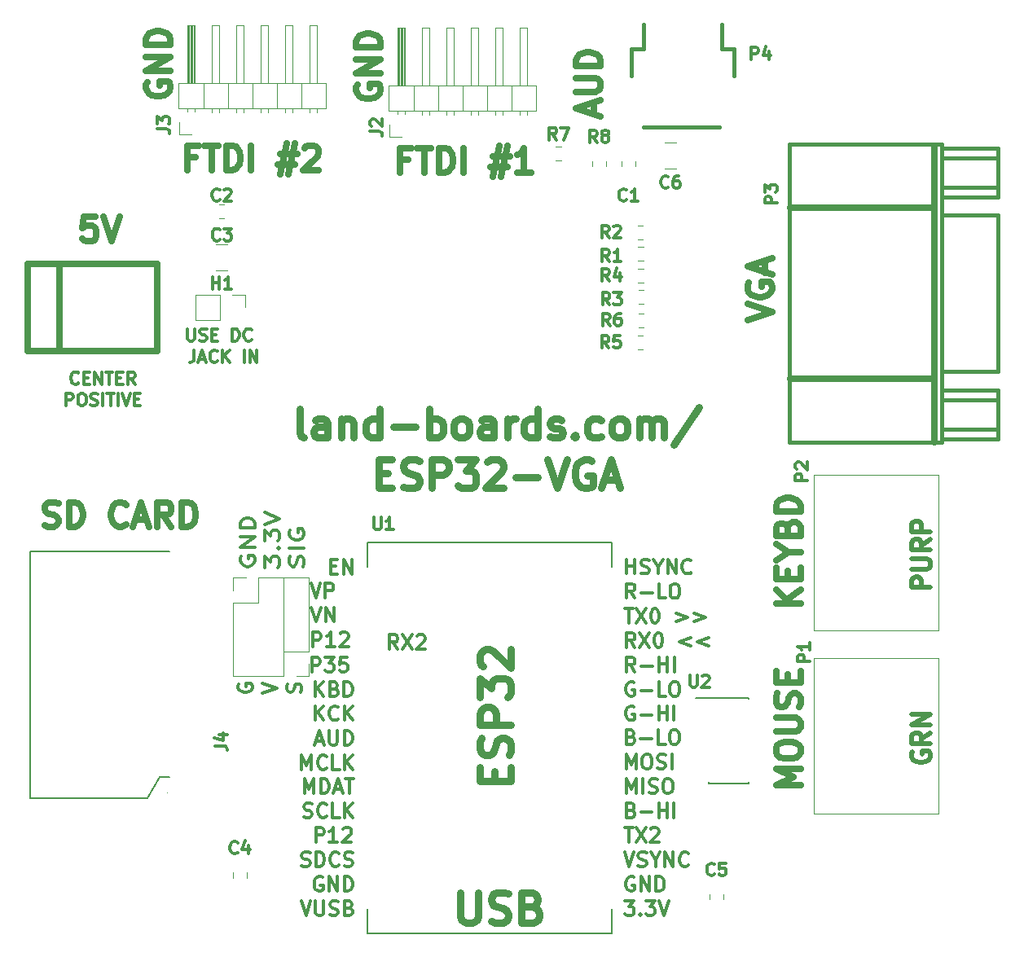
<source format=gbr>
G04 #@! TF.GenerationSoftware,KiCad,Pcbnew,(5.1.5)-3*
G04 #@! TF.CreationDate,2020-02-09T15:14:37-05:00*
G04 #@! TF.ProjectId,ESP32-VGA,45535033-322d-4564-9741-2e6b69636164,2*
G04 #@! TF.SameCoordinates,Original*
G04 #@! TF.FileFunction,Legend,Top*
G04 #@! TF.FilePolarity,Positive*
%FSLAX46Y46*%
G04 Gerber Fmt 4.6, Leading zero omitted, Abs format (unit mm)*
G04 Created by KiCad (PCBNEW (5.1.5)-3) date 2020-02-09 15:14:37*
%MOMM*%
%LPD*%
G04 APERTURE LIST*
%ADD10C,0.635000*%
%ADD11C,0.317500*%
%ADD12C,0.300000*%
%ADD13C,0.476250*%
%ADD14C,0.793750*%
%ADD15C,0.750000*%
%ADD16C,0.120000*%
%ADD17C,0.150000*%
%ADD18C,0.650000*%
%ADD19C,0.381000*%
%ADD20C,0.010000*%
G04 APERTURE END LIST*
D10*
X85019847Y-41152838D02*
X87559847Y-40306171D01*
X85019847Y-39459504D01*
X85140800Y-37282361D02*
X85019847Y-37524266D01*
X85019847Y-37887123D01*
X85140800Y-38249980D01*
X85382704Y-38491885D01*
X85624609Y-38612838D01*
X86108419Y-38733790D01*
X86471276Y-38733790D01*
X86955085Y-38612838D01*
X87196990Y-38491885D01*
X87438895Y-38249980D01*
X87559847Y-37887123D01*
X87559847Y-37645219D01*
X87438895Y-37282361D01*
X87317942Y-37161409D01*
X86471276Y-37161409D01*
X86471276Y-37645219D01*
X86834133Y-36193790D02*
X86834133Y-34984266D01*
X87559847Y-36435695D02*
X85019847Y-35589028D01*
X87559847Y-34742361D01*
D11*
X26801838Y-42033673D02*
X26801838Y-43061769D01*
X26862314Y-43182721D01*
X26922790Y-43243197D01*
X27043742Y-43303673D01*
X27285647Y-43303673D01*
X27406600Y-43243197D01*
X27467076Y-43182721D01*
X27527552Y-43061769D01*
X27527552Y-42033673D01*
X28071838Y-43243197D02*
X28253266Y-43303673D01*
X28555647Y-43303673D01*
X28676600Y-43243197D01*
X28737076Y-43182721D01*
X28797552Y-43061769D01*
X28797552Y-42940816D01*
X28737076Y-42819864D01*
X28676600Y-42759388D01*
X28555647Y-42698911D01*
X28313742Y-42638435D01*
X28192790Y-42577959D01*
X28132314Y-42517483D01*
X28071838Y-42396530D01*
X28071838Y-42275578D01*
X28132314Y-42154626D01*
X28192790Y-42094150D01*
X28313742Y-42033673D01*
X28616123Y-42033673D01*
X28797552Y-42094150D01*
X29341838Y-42638435D02*
X29765171Y-42638435D01*
X29946600Y-43303673D02*
X29341838Y-43303673D01*
X29341838Y-42033673D01*
X29946600Y-42033673D01*
X31458504Y-43303673D02*
X31458504Y-42033673D01*
X31760885Y-42033673D01*
X31942314Y-42094150D01*
X32063266Y-42215102D01*
X32123742Y-42336054D01*
X32184219Y-42577959D01*
X32184219Y-42759388D01*
X32123742Y-43001292D01*
X32063266Y-43122245D01*
X31942314Y-43243197D01*
X31760885Y-43303673D01*
X31458504Y-43303673D01*
X33454219Y-43182721D02*
X33393742Y-43243197D01*
X33212314Y-43303673D01*
X33091361Y-43303673D01*
X32909933Y-43243197D01*
X32788980Y-43122245D01*
X32728504Y-43001292D01*
X32668028Y-42759388D01*
X32668028Y-42577959D01*
X32728504Y-42336054D01*
X32788980Y-42215102D01*
X32909933Y-42094150D01*
X33091361Y-42033673D01*
X33212314Y-42033673D01*
X33393742Y-42094150D01*
X33454219Y-42154626D01*
X27497314Y-44256173D02*
X27497314Y-45163316D01*
X27436838Y-45344745D01*
X27315885Y-45465697D01*
X27134457Y-45526173D01*
X27013504Y-45526173D01*
X28041600Y-45163316D02*
X28646361Y-45163316D01*
X27920647Y-45526173D02*
X28343980Y-44256173D01*
X28767314Y-45526173D01*
X29916361Y-45405221D02*
X29855885Y-45465697D01*
X29674457Y-45526173D01*
X29553504Y-45526173D01*
X29372076Y-45465697D01*
X29251123Y-45344745D01*
X29190647Y-45223792D01*
X29130171Y-44981888D01*
X29130171Y-44800459D01*
X29190647Y-44558554D01*
X29251123Y-44437602D01*
X29372076Y-44316650D01*
X29553504Y-44256173D01*
X29674457Y-44256173D01*
X29855885Y-44316650D01*
X29916361Y-44377126D01*
X30460647Y-45526173D02*
X30460647Y-44256173D01*
X31186361Y-45526173D02*
X30642076Y-44800459D01*
X31186361Y-44256173D02*
X30460647Y-44981888D01*
X32698266Y-45526173D02*
X32698266Y-44256173D01*
X33303028Y-45526173D02*
X33303028Y-44256173D01*
X34028742Y-45526173D01*
X34028742Y-44256173D01*
X15468600Y-47678521D02*
X15408123Y-47738997D01*
X15226695Y-47799473D01*
X15105742Y-47799473D01*
X14924314Y-47738997D01*
X14803361Y-47618045D01*
X14742885Y-47497092D01*
X14682409Y-47255188D01*
X14682409Y-47073759D01*
X14742885Y-46831854D01*
X14803361Y-46710902D01*
X14924314Y-46589950D01*
X15105742Y-46529473D01*
X15226695Y-46529473D01*
X15408123Y-46589950D01*
X15468600Y-46650426D01*
X16012885Y-47134235D02*
X16436219Y-47134235D01*
X16617647Y-47799473D02*
X16012885Y-47799473D01*
X16012885Y-46529473D01*
X16617647Y-46529473D01*
X17161933Y-47799473D02*
X17161933Y-46529473D01*
X17887647Y-47799473D01*
X17887647Y-46529473D01*
X18310980Y-46529473D02*
X19036695Y-46529473D01*
X18673838Y-47799473D02*
X18673838Y-46529473D01*
X19460028Y-47134235D02*
X19883361Y-47134235D01*
X20064790Y-47799473D02*
X19460028Y-47799473D01*
X19460028Y-46529473D01*
X20064790Y-46529473D01*
X21334790Y-47799473D02*
X20911457Y-47194711D01*
X20609076Y-47799473D02*
X20609076Y-46529473D01*
X21092885Y-46529473D01*
X21213838Y-46589950D01*
X21274314Y-46650426D01*
X21334790Y-46771378D01*
X21334790Y-46952807D01*
X21274314Y-47073759D01*
X21213838Y-47134235D01*
X21092885Y-47194711D01*
X20609076Y-47194711D01*
X14198600Y-50021973D02*
X14198600Y-48751973D01*
X14682409Y-48751973D01*
X14803361Y-48812450D01*
X14863838Y-48872926D01*
X14924314Y-48993878D01*
X14924314Y-49175307D01*
X14863838Y-49296259D01*
X14803361Y-49356735D01*
X14682409Y-49417211D01*
X14198600Y-49417211D01*
X15710504Y-48751973D02*
X15952409Y-48751973D01*
X16073361Y-48812450D01*
X16194314Y-48933402D01*
X16254790Y-49175307D01*
X16254790Y-49598640D01*
X16194314Y-49840545D01*
X16073361Y-49961497D01*
X15952409Y-50021973D01*
X15710504Y-50021973D01*
X15589552Y-49961497D01*
X15468600Y-49840545D01*
X15408123Y-49598640D01*
X15408123Y-49175307D01*
X15468600Y-48933402D01*
X15589552Y-48812450D01*
X15710504Y-48751973D01*
X16738600Y-49961497D02*
X16920028Y-50021973D01*
X17222409Y-50021973D01*
X17343361Y-49961497D01*
X17403838Y-49901021D01*
X17464314Y-49780069D01*
X17464314Y-49659116D01*
X17403838Y-49538164D01*
X17343361Y-49477688D01*
X17222409Y-49417211D01*
X16980504Y-49356735D01*
X16859552Y-49296259D01*
X16799076Y-49235783D01*
X16738600Y-49114830D01*
X16738600Y-48993878D01*
X16799076Y-48872926D01*
X16859552Y-48812450D01*
X16980504Y-48751973D01*
X17282885Y-48751973D01*
X17464314Y-48812450D01*
X18008600Y-50021973D02*
X18008600Y-48751973D01*
X18431933Y-48751973D02*
X19157647Y-48751973D01*
X18794790Y-50021973D02*
X18794790Y-48751973D01*
X19580980Y-50021973D02*
X19580980Y-48751973D01*
X20004314Y-48751973D02*
X20427647Y-50021973D01*
X20850980Y-48751973D01*
X21274314Y-49356735D02*
X21697647Y-49356735D01*
X21879076Y-50021973D02*
X21274314Y-50021973D01*
X21274314Y-48751973D01*
X21879076Y-48751973D01*
D10*
X17219990Y-30384447D02*
X16010466Y-30384447D01*
X15889514Y-31593971D01*
X16010466Y-31473019D01*
X16252371Y-31352066D01*
X16857133Y-31352066D01*
X17099038Y-31473019D01*
X17219990Y-31593971D01*
X17340942Y-31835876D01*
X17340942Y-32440638D01*
X17219990Y-32682542D01*
X17099038Y-32803495D01*
X16857133Y-32924447D01*
X16252371Y-32924447D01*
X16010466Y-32803495D01*
X15889514Y-32682542D01*
X18066657Y-30384447D02*
X18913323Y-32924447D01*
X19759990Y-30384447D01*
D12*
X40128000Y-95395171D02*
X40128000Y-93895171D01*
X40699428Y-93895171D01*
X40842285Y-93966600D01*
X40913714Y-94038028D01*
X40985142Y-94180885D01*
X40985142Y-94395171D01*
X40913714Y-94538028D01*
X40842285Y-94609457D01*
X40699428Y-94680885D01*
X40128000Y-94680885D01*
X42413714Y-95395171D02*
X41556571Y-95395171D01*
X41985142Y-95395171D02*
X41985142Y-93895171D01*
X41842285Y-94109457D01*
X41699428Y-94252314D01*
X41556571Y-94323742D01*
X42985142Y-94038028D02*
X43056571Y-93966600D01*
X43199428Y-93895171D01*
X43556571Y-93895171D01*
X43699428Y-93966600D01*
X43770857Y-94038028D01*
X43842285Y-94180885D01*
X43842285Y-94323742D01*
X43770857Y-94538028D01*
X42913714Y-95395171D01*
X43842285Y-95395171D01*
D13*
X102171500Y-86033428D02*
X102080785Y-86214857D01*
X102080785Y-86487000D01*
X102171500Y-86759142D01*
X102352928Y-86940571D01*
X102534357Y-87031285D01*
X102897214Y-87122000D01*
X103169357Y-87122000D01*
X103532214Y-87031285D01*
X103713642Y-86940571D01*
X103895071Y-86759142D01*
X103985785Y-86487000D01*
X103985785Y-86305571D01*
X103895071Y-86033428D01*
X103804357Y-85942714D01*
X103169357Y-85942714D01*
X103169357Y-86305571D01*
X103985785Y-84037714D02*
X103078642Y-84672714D01*
X103985785Y-85126285D02*
X102080785Y-85126285D01*
X102080785Y-84400571D01*
X102171500Y-84219142D01*
X102262214Y-84128428D01*
X102443642Y-84037714D01*
X102715785Y-84037714D01*
X102897214Y-84128428D01*
X102987928Y-84219142D01*
X103078642Y-84400571D01*
X103078642Y-85126285D01*
X103985785Y-83221285D02*
X102080785Y-83221285D01*
X103985785Y-82132714D01*
X102080785Y-82132714D01*
X103985785Y-68933785D02*
X102080785Y-68933785D01*
X102080785Y-68208071D01*
X102171500Y-68026642D01*
X102262214Y-67935928D01*
X102443642Y-67845214D01*
X102715785Y-67845214D01*
X102897214Y-67935928D01*
X102987928Y-68026642D01*
X103078642Y-68208071D01*
X103078642Y-68933785D01*
X102080785Y-67028785D02*
X103622928Y-67028785D01*
X103804357Y-66938071D01*
X103895071Y-66847357D01*
X103985785Y-66665928D01*
X103985785Y-66303071D01*
X103895071Y-66121642D01*
X103804357Y-66030928D01*
X103622928Y-65940214D01*
X102080785Y-65940214D01*
X103985785Y-63944500D02*
X103078642Y-64579500D01*
X103985785Y-65033071D02*
X102080785Y-65033071D01*
X102080785Y-64307357D01*
X102171500Y-64125928D01*
X102262214Y-64035214D01*
X102443642Y-63944500D01*
X102715785Y-63944500D01*
X102897214Y-64035214D01*
X102987928Y-64125928D01*
X103078642Y-64307357D01*
X103078642Y-65033071D01*
X103985785Y-63128071D02*
X102080785Y-63128071D01*
X102080785Y-62402357D01*
X102171500Y-62220928D01*
X102262214Y-62130214D01*
X102443642Y-62039500D01*
X102715785Y-62039500D01*
X102897214Y-62130214D01*
X102987928Y-62220928D01*
X103078642Y-62402357D01*
X103078642Y-63128071D01*
D10*
X11950095Y-62496095D02*
X12312952Y-62617047D01*
X12917714Y-62617047D01*
X13159619Y-62496095D01*
X13280571Y-62375142D01*
X13401523Y-62133238D01*
X13401523Y-61891333D01*
X13280571Y-61649428D01*
X13159619Y-61528476D01*
X12917714Y-61407523D01*
X12433904Y-61286571D01*
X12192000Y-61165619D01*
X12071047Y-61044666D01*
X11950095Y-60802761D01*
X11950095Y-60560857D01*
X12071047Y-60318952D01*
X12192000Y-60198000D01*
X12433904Y-60077047D01*
X13038666Y-60077047D01*
X13401523Y-60198000D01*
X14490095Y-62617047D02*
X14490095Y-60077047D01*
X15094857Y-60077047D01*
X15457714Y-60198000D01*
X15699619Y-60439904D01*
X15820571Y-60681809D01*
X15941523Y-61165619D01*
X15941523Y-61528476D01*
X15820571Y-62012285D01*
X15699619Y-62254190D01*
X15457714Y-62496095D01*
X15094857Y-62617047D01*
X14490095Y-62617047D01*
X20416761Y-62375142D02*
X20295809Y-62496095D01*
X19932952Y-62617047D01*
X19691047Y-62617047D01*
X19328190Y-62496095D01*
X19086285Y-62254190D01*
X18965333Y-62012285D01*
X18844380Y-61528476D01*
X18844380Y-61165619D01*
X18965333Y-60681809D01*
X19086285Y-60439904D01*
X19328190Y-60198000D01*
X19691047Y-60077047D01*
X19932952Y-60077047D01*
X20295809Y-60198000D01*
X20416761Y-60318952D01*
X21384380Y-61891333D02*
X22593904Y-61891333D01*
X21142476Y-62617047D02*
X21989142Y-60077047D01*
X22835809Y-62617047D01*
X25133904Y-62617047D02*
X24287238Y-61407523D01*
X23682476Y-62617047D02*
X23682476Y-60077047D01*
X24650095Y-60077047D01*
X24892000Y-60198000D01*
X25012952Y-60318952D01*
X25133904Y-60560857D01*
X25133904Y-60923714D01*
X25012952Y-61165619D01*
X24892000Y-61286571D01*
X24650095Y-61407523D01*
X23682476Y-61407523D01*
X26222476Y-62617047D02*
X26222476Y-60077047D01*
X26827238Y-60077047D01*
X27190095Y-60198000D01*
X27432000Y-60439904D01*
X27552952Y-60681809D01*
X27673904Y-61165619D01*
X27673904Y-61528476D01*
X27552952Y-62012285D01*
X27432000Y-62254190D01*
X27190095Y-62496095D01*
X26827238Y-62617047D01*
X26222476Y-62617047D01*
D12*
X40826428Y-99072000D02*
X40683571Y-99000571D01*
X40469285Y-99000571D01*
X40255000Y-99072000D01*
X40112142Y-99214857D01*
X40040714Y-99357714D01*
X39969285Y-99643428D01*
X39969285Y-99857714D01*
X40040714Y-100143428D01*
X40112142Y-100286285D01*
X40255000Y-100429142D01*
X40469285Y-100500571D01*
X40612142Y-100500571D01*
X40826428Y-100429142D01*
X40897857Y-100357714D01*
X40897857Y-99857714D01*
X40612142Y-99857714D01*
X41540714Y-100500571D02*
X41540714Y-99000571D01*
X42397857Y-100500571D01*
X42397857Y-99000571D01*
X43112142Y-100500571D02*
X43112142Y-99000571D01*
X43469285Y-99000571D01*
X43683571Y-99072000D01*
X43826428Y-99214857D01*
X43897857Y-99357714D01*
X43969285Y-99643428D01*
X43969285Y-99857714D01*
X43897857Y-100143428D01*
X43826428Y-100286285D01*
X43683571Y-100429142D01*
X43469285Y-100500571D01*
X43112142Y-100500571D01*
D10*
X44450000Y-16667238D02*
X44329047Y-16909142D01*
X44329047Y-17272000D01*
X44450000Y-17634857D01*
X44691904Y-17876761D01*
X44933809Y-17997714D01*
X45417619Y-18118666D01*
X45780476Y-18118666D01*
X46264285Y-17997714D01*
X46506190Y-17876761D01*
X46748095Y-17634857D01*
X46869047Y-17272000D01*
X46869047Y-17030095D01*
X46748095Y-16667238D01*
X46627142Y-16546285D01*
X45780476Y-16546285D01*
X45780476Y-17030095D01*
X46869047Y-15457714D02*
X44329047Y-15457714D01*
X46869047Y-14006285D01*
X44329047Y-14006285D01*
X46869047Y-12796761D02*
X44329047Y-12796761D01*
X44329047Y-12192000D01*
X44450000Y-11829142D01*
X44691904Y-11587238D01*
X44933809Y-11466285D01*
X45417619Y-11345333D01*
X45780476Y-11345333D01*
X46264285Y-11466285D01*
X46506190Y-11587238D01*
X46748095Y-11829142D01*
X46869047Y-12192000D01*
X46869047Y-12796761D01*
X22606000Y-16413238D02*
X22485047Y-16655142D01*
X22485047Y-17018000D01*
X22606000Y-17380857D01*
X22847904Y-17622761D01*
X23089809Y-17743714D01*
X23573619Y-17864666D01*
X23936476Y-17864666D01*
X24420285Y-17743714D01*
X24662190Y-17622761D01*
X24904095Y-17380857D01*
X25025047Y-17018000D01*
X25025047Y-16776095D01*
X24904095Y-16413238D01*
X24783142Y-16292285D01*
X23936476Y-16292285D01*
X23936476Y-16776095D01*
X25025047Y-15203714D02*
X22485047Y-15203714D01*
X25025047Y-13752285D01*
X22485047Y-13752285D01*
X25025047Y-12542761D02*
X22485047Y-12542761D01*
X22485047Y-11938000D01*
X22606000Y-11575142D01*
X22847904Y-11333238D01*
X23089809Y-11212285D01*
X23573619Y-11091333D01*
X23936476Y-11091333D01*
X24420285Y-11212285D01*
X24662190Y-11333238D01*
X24904095Y-11575142D01*
X25025047Y-11938000D01*
X25025047Y-12542761D01*
X69003333Y-19715238D02*
X69003333Y-18505714D01*
X69729047Y-19957142D02*
X67189047Y-19110476D01*
X69729047Y-18263809D01*
X67189047Y-17417142D02*
X69245238Y-17417142D01*
X69487142Y-17296190D01*
X69608095Y-17175238D01*
X69729047Y-16933333D01*
X69729047Y-16449523D01*
X69608095Y-16207619D01*
X69487142Y-16086666D01*
X69245238Y-15965714D01*
X67189047Y-15965714D01*
X69729047Y-14756190D02*
X67189047Y-14756190D01*
X67189047Y-14151428D01*
X67310000Y-13788571D01*
X67551904Y-13546666D01*
X67793809Y-13425714D01*
X68277619Y-13304761D01*
X68640476Y-13304761D01*
X69124285Y-13425714D01*
X69366190Y-13546666D01*
X69608095Y-13788571D01*
X69729047Y-14151428D01*
X69729047Y-14756190D01*
X90506247Y-70619257D02*
X87966247Y-70619257D01*
X90506247Y-69167828D02*
X89054819Y-70256400D01*
X87966247Y-69167828D02*
X89417676Y-70619257D01*
X89175771Y-68079257D02*
X89175771Y-67232590D01*
X90506247Y-66869733D02*
X90506247Y-68079257D01*
X87966247Y-68079257D01*
X87966247Y-66869733D01*
X89296723Y-65297352D02*
X90506247Y-65297352D01*
X87966247Y-66144019D02*
X89296723Y-65297352D01*
X87966247Y-64450685D01*
X89175771Y-62757352D02*
X89296723Y-62394495D01*
X89417676Y-62273542D01*
X89659580Y-62152590D01*
X90022438Y-62152590D01*
X90264342Y-62273542D01*
X90385295Y-62394495D01*
X90506247Y-62636400D01*
X90506247Y-63604019D01*
X87966247Y-63604019D01*
X87966247Y-62757352D01*
X88087200Y-62515447D01*
X88208152Y-62394495D01*
X88450057Y-62273542D01*
X88691961Y-62273542D01*
X88933866Y-62394495D01*
X89054819Y-62515447D01*
X89175771Y-62757352D01*
X89175771Y-63604019D01*
X90506247Y-61064019D02*
X87966247Y-61064019D01*
X87966247Y-60459257D01*
X88087200Y-60096400D01*
X88329104Y-59854495D01*
X88571009Y-59733542D01*
X89054819Y-59612590D01*
X89417676Y-59612590D01*
X89901485Y-59733542D01*
X90143390Y-59854495D01*
X90385295Y-60096400D01*
X90506247Y-60459257D01*
X90506247Y-61064019D01*
X90506247Y-89482990D02*
X87966247Y-89482990D01*
X89780533Y-88636323D01*
X87966247Y-87789657D01*
X90506247Y-87789657D01*
X87966247Y-86096323D02*
X87966247Y-85612514D01*
X88087200Y-85370609D01*
X88329104Y-85128704D01*
X88812914Y-85007752D01*
X89659580Y-85007752D01*
X90143390Y-85128704D01*
X90385295Y-85370609D01*
X90506247Y-85612514D01*
X90506247Y-86096323D01*
X90385295Y-86338228D01*
X90143390Y-86580133D01*
X89659580Y-86701085D01*
X88812914Y-86701085D01*
X88329104Y-86580133D01*
X88087200Y-86338228D01*
X87966247Y-86096323D01*
X87966247Y-83919180D02*
X90022438Y-83919180D01*
X90264342Y-83798228D01*
X90385295Y-83677276D01*
X90506247Y-83435371D01*
X90506247Y-82951561D01*
X90385295Y-82709657D01*
X90264342Y-82588704D01*
X90022438Y-82467752D01*
X87966247Y-82467752D01*
X90385295Y-81379180D02*
X90506247Y-81016323D01*
X90506247Y-80411561D01*
X90385295Y-80169657D01*
X90264342Y-80048704D01*
X90022438Y-79927752D01*
X89780533Y-79927752D01*
X89538628Y-80048704D01*
X89417676Y-80169657D01*
X89296723Y-80411561D01*
X89175771Y-80895371D01*
X89054819Y-81137276D01*
X88933866Y-81258228D01*
X88691961Y-81379180D01*
X88450057Y-81379180D01*
X88208152Y-81258228D01*
X88087200Y-81137276D01*
X87966247Y-80895371D01*
X87966247Y-80290609D01*
X88087200Y-79927752D01*
X89175771Y-78839180D02*
X89175771Y-77992514D01*
X90506247Y-77629657D02*
X90506247Y-78839180D01*
X87966247Y-78839180D01*
X87966247Y-77629657D01*
D12*
X32387000Y-65663571D02*
X32315571Y-65845000D01*
X32315571Y-66117142D01*
X32387000Y-66389285D01*
X32529857Y-66570714D01*
X32672714Y-66661428D01*
X32958428Y-66752142D01*
X33172714Y-66752142D01*
X33458428Y-66661428D01*
X33601285Y-66570714D01*
X33744142Y-66389285D01*
X33815571Y-66117142D01*
X33815571Y-65935714D01*
X33744142Y-65663571D01*
X33672714Y-65572857D01*
X33172714Y-65572857D01*
X33172714Y-65935714D01*
X33815571Y-64756428D02*
X32315571Y-64756428D01*
X33815571Y-63667857D01*
X32315571Y-63667857D01*
X33815571Y-62760714D02*
X32315571Y-62760714D01*
X32315571Y-62307142D01*
X32387000Y-62035000D01*
X32529857Y-61853571D01*
X32672714Y-61762857D01*
X32958428Y-61672142D01*
X33172714Y-61672142D01*
X33458428Y-61762857D01*
X33601285Y-61853571D01*
X33744142Y-62035000D01*
X33815571Y-62307142D01*
X33815571Y-62760714D01*
X34865571Y-66842857D02*
X34865571Y-65663571D01*
X35437000Y-66298571D01*
X35437000Y-66026428D01*
X35508428Y-65845000D01*
X35579857Y-65754285D01*
X35722714Y-65663571D01*
X36079857Y-65663571D01*
X36222714Y-65754285D01*
X36294142Y-65845000D01*
X36365571Y-66026428D01*
X36365571Y-66570714D01*
X36294142Y-66752142D01*
X36222714Y-66842857D01*
X36222714Y-64847142D02*
X36294142Y-64756428D01*
X36365571Y-64847142D01*
X36294142Y-64937857D01*
X36222714Y-64847142D01*
X36365571Y-64847142D01*
X34865571Y-64121428D02*
X34865571Y-62942142D01*
X35437000Y-63577142D01*
X35437000Y-63305000D01*
X35508428Y-63123571D01*
X35579857Y-63032857D01*
X35722714Y-62942142D01*
X36079857Y-62942142D01*
X36222714Y-63032857D01*
X36294142Y-63123571D01*
X36365571Y-63305000D01*
X36365571Y-63849285D01*
X36294142Y-64030714D01*
X36222714Y-64121428D01*
X34865571Y-62397857D02*
X36365571Y-61762857D01*
X34865571Y-61127857D01*
X38844142Y-66752142D02*
X38915571Y-66480000D01*
X38915571Y-66026428D01*
X38844142Y-65845000D01*
X38772714Y-65754285D01*
X38629857Y-65663571D01*
X38487000Y-65663571D01*
X38344142Y-65754285D01*
X38272714Y-65845000D01*
X38201285Y-66026428D01*
X38129857Y-66389285D01*
X38058428Y-66570714D01*
X37987000Y-66661428D01*
X37844142Y-66752142D01*
X37701285Y-66752142D01*
X37558428Y-66661428D01*
X37487000Y-66570714D01*
X37415571Y-66389285D01*
X37415571Y-65935714D01*
X37487000Y-65663571D01*
X38915571Y-64847142D02*
X37415571Y-64847142D01*
X37487000Y-62942142D02*
X37415571Y-63123571D01*
X37415571Y-63395714D01*
X37487000Y-63667857D01*
X37629857Y-63849285D01*
X37772714Y-63940000D01*
X38058428Y-64030714D01*
X38272714Y-64030714D01*
X38558428Y-63940000D01*
X38701285Y-63849285D01*
X38844142Y-63667857D01*
X38915571Y-63395714D01*
X38915571Y-63214285D01*
X38844142Y-62942142D01*
X38772714Y-62851428D01*
X38272714Y-62851428D01*
X38272714Y-63214285D01*
D10*
X27601333Y-24202571D02*
X26754666Y-24202571D01*
X26754666Y-25533047D02*
X26754666Y-22993047D01*
X27964190Y-22993047D01*
X28568952Y-22993047D02*
X30020380Y-22993047D01*
X29294666Y-25533047D02*
X29294666Y-22993047D01*
X30867047Y-25533047D02*
X30867047Y-22993047D01*
X31471809Y-22993047D01*
X31834666Y-23114000D01*
X32076571Y-23355904D01*
X32197523Y-23597809D01*
X32318476Y-24081619D01*
X32318476Y-24444476D01*
X32197523Y-24928285D01*
X32076571Y-25170190D01*
X31834666Y-25412095D01*
X31471809Y-25533047D01*
X30867047Y-25533047D01*
X33407047Y-25533047D02*
X33407047Y-22993047D01*
X36430857Y-23839714D02*
X38245142Y-23839714D01*
X37156571Y-22751142D02*
X36430857Y-26016857D01*
X38003238Y-24928285D02*
X36188952Y-24928285D01*
X37277523Y-26016857D02*
X38003238Y-22751142D01*
X38970857Y-23234952D02*
X39091809Y-23114000D01*
X39333714Y-22993047D01*
X39938476Y-22993047D01*
X40180380Y-23114000D01*
X40301333Y-23234952D01*
X40422285Y-23476857D01*
X40422285Y-23718761D01*
X40301333Y-24081619D01*
X38849904Y-25533047D01*
X40422285Y-25533047D01*
D12*
X38612142Y-101540571D02*
X39112142Y-103040571D01*
X39612142Y-101540571D01*
X40112142Y-101540571D02*
X40112142Y-102754857D01*
X40183571Y-102897714D01*
X40255000Y-102969142D01*
X40397857Y-103040571D01*
X40683571Y-103040571D01*
X40826428Y-102969142D01*
X40897857Y-102897714D01*
X40969285Y-102754857D01*
X40969285Y-101540571D01*
X41612142Y-102969142D02*
X41826428Y-103040571D01*
X42183571Y-103040571D01*
X42326428Y-102969142D01*
X42397857Y-102897714D01*
X42469285Y-102754857D01*
X42469285Y-102612000D01*
X42397857Y-102469142D01*
X42326428Y-102397714D01*
X42183571Y-102326285D01*
X41897857Y-102254857D01*
X41755000Y-102183428D01*
X41683571Y-102112000D01*
X41612142Y-101969142D01*
X41612142Y-101826285D01*
X41683571Y-101683428D01*
X41755000Y-101612000D01*
X41897857Y-101540571D01*
X42255000Y-101540571D01*
X42469285Y-101612000D01*
X43612142Y-102254857D02*
X43826428Y-102326285D01*
X43897857Y-102397714D01*
X43969285Y-102540571D01*
X43969285Y-102754857D01*
X43897857Y-102897714D01*
X43826428Y-102969142D01*
X43683571Y-103040571D01*
X43112142Y-103040571D01*
X43112142Y-101540571D01*
X43612142Y-101540571D01*
X43755000Y-101612000D01*
X43826428Y-101683428D01*
X43897857Y-101826285D01*
X43897857Y-101969142D01*
X43826428Y-102112000D01*
X43755000Y-102183428D01*
X43612142Y-102254857D01*
X43112142Y-102254857D01*
X41683571Y-66745657D02*
X42183571Y-66745657D01*
X42397857Y-67531371D02*
X41683571Y-67531371D01*
X41683571Y-66031371D01*
X42397857Y-66031371D01*
X43040714Y-67531371D02*
X43040714Y-66031371D01*
X43897857Y-67531371D01*
X43897857Y-66031371D01*
X39630942Y-68495171D02*
X40130942Y-69995171D01*
X40630942Y-68495171D01*
X41130942Y-69995171D02*
X41130942Y-68495171D01*
X41702371Y-68495171D01*
X41845228Y-68566600D01*
X41916657Y-68638028D01*
X41988085Y-68780885D01*
X41988085Y-68995171D01*
X41916657Y-69138028D01*
X41845228Y-69209457D01*
X41702371Y-69280885D01*
X41130942Y-69280885D01*
X39661114Y-70984371D02*
X40161114Y-72484371D01*
X40661114Y-70984371D01*
X41161114Y-72484371D02*
X41161114Y-70984371D01*
X42018257Y-72484371D01*
X42018257Y-70984371D01*
X38580142Y-79803571D02*
X38651571Y-79589285D01*
X38651571Y-79232142D01*
X38580142Y-79089285D01*
X38508714Y-79017857D01*
X38365857Y-78946428D01*
X38223000Y-78946428D01*
X38080142Y-79017857D01*
X38008714Y-79089285D01*
X37937285Y-79232142D01*
X37865857Y-79517857D01*
X37794428Y-79660714D01*
X37723000Y-79732142D01*
X37580142Y-79803571D01*
X37437285Y-79803571D01*
X37294428Y-79732142D01*
X37223000Y-79660714D01*
X37151571Y-79517857D01*
X37151571Y-79160714D01*
X37223000Y-78946428D01*
X32143000Y-78982142D02*
X32071571Y-79125000D01*
X32071571Y-79339285D01*
X32143000Y-79553571D01*
X32285857Y-79696428D01*
X32428714Y-79767857D01*
X32714428Y-79839285D01*
X32928714Y-79839285D01*
X33214428Y-79767857D01*
X33357285Y-79696428D01*
X33500142Y-79553571D01*
X33571571Y-79339285D01*
X33571571Y-79196428D01*
X33500142Y-78982142D01*
X33428714Y-78910714D01*
X32928714Y-78910714D01*
X32928714Y-79196428D01*
X34611571Y-79875000D02*
X36111571Y-79375000D01*
X34611571Y-78875000D01*
X38683571Y-97863742D02*
X38897857Y-97935171D01*
X39255000Y-97935171D01*
X39397857Y-97863742D01*
X39469285Y-97792314D01*
X39540714Y-97649457D01*
X39540714Y-97506600D01*
X39469285Y-97363742D01*
X39397857Y-97292314D01*
X39255000Y-97220885D01*
X38969285Y-97149457D01*
X38826428Y-97078028D01*
X38755000Y-97006600D01*
X38683571Y-96863742D01*
X38683571Y-96720885D01*
X38755000Y-96578028D01*
X38826428Y-96506600D01*
X38969285Y-96435171D01*
X39326428Y-96435171D01*
X39540714Y-96506600D01*
X40183571Y-97935171D02*
X40183571Y-96435171D01*
X40540714Y-96435171D01*
X40755000Y-96506600D01*
X40897857Y-96649457D01*
X40969285Y-96792314D01*
X41040714Y-97078028D01*
X41040714Y-97292314D01*
X40969285Y-97578028D01*
X40897857Y-97720885D01*
X40755000Y-97863742D01*
X40540714Y-97935171D01*
X40183571Y-97935171D01*
X42540714Y-97792314D02*
X42469285Y-97863742D01*
X42255000Y-97935171D01*
X42112142Y-97935171D01*
X41897857Y-97863742D01*
X41755000Y-97720885D01*
X41683571Y-97578028D01*
X41612142Y-97292314D01*
X41612142Y-97078028D01*
X41683571Y-96792314D01*
X41755000Y-96649457D01*
X41897857Y-96506600D01*
X42112142Y-96435171D01*
X42255000Y-96435171D01*
X42469285Y-96506600D01*
X42540714Y-96578028D01*
X43112142Y-97863742D02*
X43326428Y-97935171D01*
X43683571Y-97935171D01*
X43826428Y-97863742D01*
X43897857Y-97792314D01*
X43969285Y-97649457D01*
X43969285Y-97506600D01*
X43897857Y-97363742D01*
X43826428Y-97292314D01*
X43683571Y-97220885D01*
X43397857Y-97149457D01*
X43255000Y-97078028D01*
X43183571Y-97006600D01*
X43112142Y-96863742D01*
X43112142Y-96720885D01*
X43183571Y-96578028D01*
X43255000Y-96506600D01*
X43397857Y-96435171D01*
X43755000Y-96435171D01*
X43969285Y-96506600D01*
X39823200Y-75100571D02*
X39823200Y-73600571D01*
X40394628Y-73600571D01*
X40537485Y-73672000D01*
X40608914Y-73743428D01*
X40680342Y-73886285D01*
X40680342Y-74100571D01*
X40608914Y-74243428D01*
X40537485Y-74314857D01*
X40394628Y-74386285D01*
X39823200Y-74386285D01*
X42108914Y-75100571D02*
X41251771Y-75100571D01*
X41680342Y-75100571D02*
X41680342Y-73600571D01*
X41537485Y-73814857D01*
X41394628Y-73957714D01*
X41251771Y-74029142D01*
X42680342Y-73743428D02*
X42751771Y-73672000D01*
X42894628Y-73600571D01*
X43251771Y-73600571D01*
X43394628Y-73672000D01*
X43466057Y-73743428D01*
X43537485Y-73886285D01*
X43537485Y-74029142D01*
X43466057Y-74243428D01*
X42608914Y-75100571D01*
X43537485Y-75100571D01*
X38897857Y-92783742D02*
X39112142Y-92855171D01*
X39469285Y-92855171D01*
X39612142Y-92783742D01*
X39683571Y-92712314D01*
X39755000Y-92569457D01*
X39755000Y-92426600D01*
X39683571Y-92283742D01*
X39612142Y-92212314D01*
X39469285Y-92140885D01*
X39183571Y-92069457D01*
X39040714Y-91998028D01*
X38969285Y-91926600D01*
X38897857Y-91783742D01*
X38897857Y-91640885D01*
X38969285Y-91498028D01*
X39040714Y-91426600D01*
X39183571Y-91355171D01*
X39540714Y-91355171D01*
X39755000Y-91426600D01*
X41255000Y-92712314D02*
X41183571Y-92783742D01*
X40969285Y-92855171D01*
X40826428Y-92855171D01*
X40612142Y-92783742D01*
X40469285Y-92640885D01*
X40397857Y-92498028D01*
X40326428Y-92212314D01*
X40326428Y-91998028D01*
X40397857Y-91712314D01*
X40469285Y-91569457D01*
X40612142Y-91426600D01*
X40826428Y-91355171D01*
X40969285Y-91355171D01*
X41183571Y-91426600D01*
X41255000Y-91498028D01*
X42612142Y-92855171D02*
X41897857Y-92855171D01*
X41897857Y-91355171D01*
X43112142Y-92855171D02*
X43112142Y-91355171D01*
X43969285Y-92855171D02*
X43326428Y-91998028D01*
X43969285Y-91355171D02*
X43112142Y-92212314D01*
X38943885Y-90340571D02*
X38943885Y-88840571D01*
X39443885Y-89912000D01*
X39943885Y-88840571D01*
X39943885Y-90340571D01*
X40658171Y-90340571D02*
X40658171Y-88840571D01*
X41015314Y-88840571D01*
X41229600Y-88912000D01*
X41372457Y-89054857D01*
X41443885Y-89197714D01*
X41515314Y-89483428D01*
X41515314Y-89697714D01*
X41443885Y-89983428D01*
X41372457Y-90126285D01*
X41229600Y-90269142D01*
X41015314Y-90340571D01*
X40658171Y-90340571D01*
X42086742Y-89912000D02*
X42801028Y-89912000D01*
X41943885Y-90340571D02*
X42443885Y-88840571D01*
X42943885Y-90340571D01*
X43229600Y-88840571D02*
X44086742Y-88840571D01*
X43658171Y-90340571D02*
X43658171Y-88840571D01*
X38683571Y-87851371D02*
X38683571Y-86351371D01*
X39183571Y-87422800D01*
X39683571Y-86351371D01*
X39683571Y-87851371D01*
X41254999Y-87708514D02*
X41183571Y-87779942D01*
X40969285Y-87851371D01*
X40826428Y-87851371D01*
X40612142Y-87779942D01*
X40469285Y-87637085D01*
X40397857Y-87494228D01*
X40326428Y-87208514D01*
X40326428Y-86994228D01*
X40397857Y-86708514D01*
X40469285Y-86565657D01*
X40612142Y-86422800D01*
X40826428Y-86351371D01*
X40969285Y-86351371D01*
X41183571Y-86422800D01*
X41254999Y-86494228D01*
X42612142Y-87851371D02*
X41897857Y-87851371D01*
X41897857Y-86351371D01*
X43112142Y-87851371D02*
X43112142Y-86351371D01*
X43969285Y-87851371D02*
X43326428Y-86994228D01*
X43969285Y-86351371D02*
X43112142Y-87208514D01*
X40183571Y-84882800D02*
X40897857Y-84882800D01*
X40040714Y-85311371D02*
X40540714Y-83811371D01*
X41040714Y-85311371D01*
X41540714Y-83811371D02*
X41540714Y-85025657D01*
X41612142Y-85168514D01*
X41683571Y-85239942D01*
X41826428Y-85311371D01*
X42112142Y-85311371D01*
X42255000Y-85239942D01*
X42326428Y-85168514D01*
X42397857Y-85025657D01*
X42397857Y-83811371D01*
X43112142Y-85311371D02*
X43112142Y-83811371D01*
X43469285Y-83811371D01*
X43683571Y-83882800D01*
X43826428Y-84025657D01*
X43897857Y-84168514D01*
X43969285Y-84454228D01*
X43969285Y-84668514D01*
X43897857Y-84954228D01*
X43826428Y-85097085D01*
X43683571Y-85239942D01*
X43469285Y-85311371D01*
X43112142Y-85311371D01*
X40112142Y-82745971D02*
X40112142Y-81245971D01*
X40969285Y-82745971D02*
X40326428Y-81888828D01*
X40969285Y-81245971D02*
X40112142Y-82103114D01*
X42469285Y-82603114D02*
X42397857Y-82674542D01*
X42183571Y-82745971D01*
X42040714Y-82745971D01*
X41826428Y-82674542D01*
X41683571Y-82531685D01*
X41612142Y-82388828D01*
X41540714Y-82103114D01*
X41540714Y-81888828D01*
X41612142Y-81603114D01*
X41683571Y-81460257D01*
X41826428Y-81317400D01*
X42040714Y-81245971D01*
X42183571Y-81245971D01*
X42397857Y-81317400D01*
X42469285Y-81388828D01*
X43112142Y-82745971D02*
X43112142Y-81245971D01*
X43969285Y-82745971D02*
X43326428Y-81888828D01*
X43969285Y-81245971D02*
X43112142Y-82103114D01*
X40086742Y-80256771D02*
X40086742Y-78756771D01*
X40943885Y-80256771D02*
X40301028Y-79399628D01*
X40943885Y-78756771D02*
X40086742Y-79613914D01*
X42086742Y-79471057D02*
X42301028Y-79542485D01*
X42372457Y-79613914D01*
X42443885Y-79756771D01*
X42443885Y-79971057D01*
X42372457Y-80113914D01*
X42301028Y-80185342D01*
X42158171Y-80256771D01*
X41586742Y-80256771D01*
X41586742Y-78756771D01*
X42086742Y-78756771D01*
X42229600Y-78828200D01*
X42301028Y-78899628D01*
X42372457Y-79042485D01*
X42372457Y-79185342D01*
X42301028Y-79328200D01*
X42229600Y-79399628D01*
X42086742Y-79471057D01*
X41586742Y-79471057D01*
X43086742Y-80256771D02*
X43086742Y-78756771D01*
X43443885Y-78756771D01*
X43658171Y-78828200D01*
X43801028Y-78971057D01*
X43872457Y-79113914D01*
X43943885Y-79399628D01*
X43943885Y-79613914D01*
X43872457Y-79899628D01*
X43801028Y-80042485D01*
X43658171Y-80185342D01*
X43443885Y-80256771D01*
X43086742Y-80256771D01*
X39747000Y-77716771D02*
X39747000Y-76216771D01*
X40318428Y-76216771D01*
X40461285Y-76288200D01*
X40532714Y-76359628D01*
X40604142Y-76502485D01*
X40604142Y-76716771D01*
X40532714Y-76859628D01*
X40461285Y-76931057D01*
X40318428Y-77002485D01*
X39747000Y-77002485D01*
X41104142Y-76216771D02*
X42032714Y-76216771D01*
X41532714Y-76788200D01*
X41747000Y-76788200D01*
X41889857Y-76859628D01*
X41961285Y-76931057D01*
X42032714Y-77073914D01*
X42032714Y-77431057D01*
X41961285Y-77573914D01*
X41889857Y-77645342D01*
X41747000Y-77716771D01*
X41318428Y-77716771D01*
X41175571Y-77645342D01*
X41104142Y-77573914D01*
X43389857Y-76216771D02*
X42675571Y-76216771D01*
X42604142Y-76931057D01*
X42675571Y-76859628D01*
X42818428Y-76788200D01*
X43175571Y-76788200D01*
X43318428Y-76859628D01*
X43389857Y-76931057D01*
X43461285Y-77073914D01*
X43461285Y-77431057D01*
X43389857Y-77573914D01*
X43318428Y-77645342D01*
X43175571Y-77716771D01*
X42818428Y-77716771D01*
X42675571Y-77645342D01*
X42604142Y-77573914D01*
X48655942Y-75329171D02*
X48155942Y-74614885D01*
X47798800Y-75329171D02*
X47798800Y-73829171D01*
X48370228Y-73829171D01*
X48513085Y-73900600D01*
X48584514Y-73972028D01*
X48655942Y-74114885D01*
X48655942Y-74329171D01*
X48584514Y-74472028D01*
X48513085Y-74543457D01*
X48370228Y-74614885D01*
X47798800Y-74614885D01*
X49155942Y-73829171D02*
X50155942Y-75329171D01*
X50155942Y-73829171D02*
X49155942Y-75329171D01*
X50655942Y-73972028D02*
X50727371Y-73900600D01*
X50870228Y-73829171D01*
X51227371Y-73829171D01*
X51370228Y-73900600D01*
X51441657Y-73972028D01*
X51513085Y-74114885D01*
X51513085Y-74257742D01*
X51441657Y-74472028D01*
X50584514Y-75329171D01*
X51513085Y-75329171D01*
X72219857Y-96460571D02*
X72719857Y-97960571D01*
X73219857Y-96460571D01*
X73648428Y-97889142D02*
X73862714Y-97960571D01*
X74219857Y-97960571D01*
X74362714Y-97889142D01*
X74434142Y-97817714D01*
X74505571Y-97674857D01*
X74505571Y-97532000D01*
X74434142Y-97389142D01*
X74362714Y-97317714D01*
X74219857Y-97246285D01*
X73934142Y-97174857D01*
X73791285Y-97103428D01*
X73719857Y-97032000D01*
X73648428Y-96889142D01*
X73648428Y-96746285D01*
X73719857Y-96603428D01*
X73791285Y-96532000D01*
X73934142Y-96460571D01*
X74291285Y-96460571D01*
X74505571Y-96532000D01*
X75434142Y-97246285D02*
X75434142Y-97960571D01*
X74934142Y-96460571D02*
X75434142Y-97246285D01*
X75934142Y-96460571D01*
X76434142Y-97960571D02*
X76434142Y-96460571D01*
X77291285Y-97960571D01*
X77291285Y-96460571D01*
X78862714Y-97817714D02*
X78791285Y-97889142D01*
X78577000Y-97960571D01*
X78434142Y-97960571D01*
X78219857Y-97889142D01*
X78077000Y-97746285D01*
X78005571Y-97603428D01*
X77934142Y-97317714D01*
X77934142Y-97103428D01*
X78005571Y-96817714D01*
X78077000Y-96674857D01*
X78219857Y-96532000D01*
X78434142Y-96460571D01*
X78577000Y-96460571D01*
X78791285Y-96532000D01*
X78862714Y-96603428D01*
X72219857Y-93920571D02*
X73077000Y-93920571D01*
X72648428Y-95420571D02*
X72648428Y-93920571D01*
X73434142Y-93920571D02*
X74434142Y-95420571D01*
X74434142Y-93920571D02*
X73434142Y-95420571D01*
X74934142Y-94063428D02*
X75005571Y-93992000D01*
X75148428Y-93920571D01*
X75505571Y-93920571D01*
X75648428Y-93992000D01*
X75719857Y-94063428D01*
X75791285Y-94206285D01*
X75791285Y-94349142D01*
X75719857Y-94563428D01*
X74862714Y-95420571D01*
X75791285Y-95420571D01*
X72934142Y-92094857D02*
X73148428Y-92166285D01*
X73219857Y-92237714D01*
X73291285Y-92380571D01*
X73291285Y-92594857D01*
X73219857Y-92737714D01*
X73148428Y-92809142D01*
X73005571Y-92880571D01*
X72434142Y-92880571D01*
X72434142Y-91380571D01*
X72934142Y-91380571D01*
X73077000Y-91452000D01*
X73148428Y-91523428D01*
X73219857Y-91666285D01*
X73219857Y-91809142D01*
X73148428Y-91952000D01*
X73077000Y-92023428D01*
X72934142Y-92094857D01*
X72434142Y-92094857D01*
X73934142Y-92309142D02*
X75077000Y-92309142D01*
X75791285Y-92880571D02*
X75791285Y-91380571D01*
X75791285Y-92094857D02*
X76648428Y-92094857D01*
X76648428Y-92880571D02*
X76648428Y-91380571D01*
X77362714Y-92880571D02*
X77362714Y-91380571D01*
X72434142Y-90340571D02*
X72434142Y-88840571D01*
X72934142Y-89912000D01*
X73434142Y-88840571D01*
X73434142Y-90340571D01*
X74148428Y-90340571D02*
X74148428Y-88840571D01*
X74791285Y-90269142D02*
X75005571Y-90340571D01*
X75362714Y-90340571D01*
X75505571Y-90269142D01*
X75577000Y-90197714D01*
X75648428Y-90054857D01*
X75648428Y-89912000D01*
X75577000Y-89769142D01*
X75505571Y-89697714D01*
X75362714Y-89626285D01*
X75077000Y-89554857D01*
X74934142Y-89483428D01*
X74862714Y-89412000D01*
X74791285Y-89269142D01*
X74791285Y-89126285D01*
X74862714Y-88983428D01*
X74934142Y-88912000D01*
X75077000Y-88840571D01*
X75434142Y-88840571D01*
X75648428Y-88912000D01*
X76577000Y-88840571D02*
X76862714Y-88840571D01*
X77005571Y-88912000D01*
X77148428Y-89054857D01*
X77219857Y-89340571D01*
X77219857Y-89840571D01*
X77148428Y-90126285D01*
X77005571Y-90269142D01*
X76862714Y-90340571D01*
X76577000Y-90340571D01*
X76434142Y-90269142D01*
X76291285Y-90126285D01*
X76219857Y-89840571D01*
X76219857Y-89340571D01*
X76291285Y-89054857D01*
X76434142Y-88912000D01*
X76577000Y-88840571D01*
X72434142Y-87800571D02*
X72434142Y-86300571D01*
X72934142Y-87372000D01*
X73434142Y-86300571D01*
X73434142Y-87800571D01*
X74434142Y-86300571D02*
X74719857Y-86300571D01*
X74862714Y-86372000D01*
X75005571Y-86514857D01*
X75077000Y-86800571D01*
X75077000Y-87300571D01*
X75005571Y-87586285D01*
X74862714Y-87729142D01*
X74719857Y-87800571D01*
X74434142Y-87800571D01*
X74291285Y-87729142D01*
X74148428Y-87586285D01*
X74077000Y-87300571D01*
X74077000Y-86800571D01*
X74148428Y-86514857D01*
X74291285Y-86372000D01*
X74434142Y-86300571D01*
X75648428Y-87729142D02*
X75862714Y-87800571D01*
X76219857Y-87800571D01*
X76362714Y-87729142D01*
X76434142Y-87657714D01*
X76505571Y-87514857D01*
X76505571Y-87372000D01*
X76434142Y-87229142D01*
X76362714Y-87157714D01*
X76219857Y-87086285D01*
X75934142Y-87014857D01*
X75791285Y-86943428D01*
X75719857Y-86872000D01*
X75648428Y-86729142D01*
X75648428Y-86586285D01*
X75719857Y-86443428D01*
X75791285Y-86372000D01*
X75934142Y-86300571D01*
X76291285Y-86300571D01*
X76505571Y-86372000D01*
X77148428Y-87800571D02*
X77148428Y-86300571D01*
X72908742Y-84449457D02*
X73123028Y-84520885D01*
X73194457Y-84592314D01*
X73265885Y-84735171D01*
X73265885Y-84949457D01*
X73194457Y-85092314D01*
X73123028Y-85163742D01*
X72980171Y-85235171D01*
X72408742Y-85235171D01*
X72408742Y-83735171D01*
X72908742Y-83735171D01*
X73051600Y-83806600D01*
X73123028Y-83878028D01*
X73194457Y-84020885D01*
X73194457Y-84163742D01*
X73123028Y-84306600D01*
X73051600Y-84378028D01*
X72908742Y-84449457D01*
X72408742Y-84449457D01*
X73908742Y-84663742D02*
X75051600Y-84663742D01*
X76480171Y-85235171D02*
X75765885Y-85235171D01*
X75765885Y-83735171D01*
X77265885Y-83735171D02*
X77551600Y-83735171D01*
X77694457Y-83806600D01*
X77837314Y-83949457D01*
X77908742Y-84235171D01*
X77908742Y-84735171D01*
X77837314Y-85020885D01*
X77694457Y-85163742D01*
X77551600Y-85235171D01*
X77265885Y-85235171D01*
X77123028Y-85163742D01*
X76980171Y-85020885D01*
X76908742Y-84735171D01*
X76908742Y-84235171D01*
X76980171Y-83949457D01*
X77123028Y-83806600D01*
X77265885Y-83735171D01*
X73219857Y-81317400D02*
X73077000Y-81245971D01*
X72862714Y-81245971D01*
X72648428Y-81317400D01*
X72505571Y-81460257D01*
X72434142Y-81603114D01*
X72362714Y-81888828D01*
X72362714Y-82103114D01*
X72434142Y-82388828D01*
X72505571Y-82531685D01*
X72648428Y-82674542D01*
X72862714Y-82745971D01*
X73005571Y-82745971D01*
X73219857Y-82674542D01*
X73291285Y-82603114D01*
X73291285Y-82103114D01*
X73005571Y-82103114D01*
X73934142Y-82174542D02*
X75077000Y-82174542D01*
X75791285Y-82745971D02*
X75791285Y-81245971D01*
X75791285Y-81960257D02*
X76648428Y-81960257D01*
X76648428Y-82745971D02*
X76648428Y-81245971D01*
X77362714Y-82745971D02*
X77362714Y-81245971D01*
X73219857Y-78802800D02*
X73077000Y-78731371D01*
X72862714Y-78731371D01*
X72648428Y-78802800D01*
X72505571Y-78945657D01*
X72434142Y-79088514D01*
X72362714Y-79374228D01*
X72362714Y-79588514D01*
X72434142Y-79874228D01*
X72505571Y-80017085D01*
X72648428Y-80159942D01*
X72862714Y-80231371D01*
X73005571Y-80231371D01*
X73219857Y-80159942D01*
X73291285Y-80088514D01*
X73291285Y-79588514D01*
X73005571Y-79588514D01*
X73934142Y-79659942D02*
X75077000Y-79659942D01*
X76505571Y-80231371D02*
X75791285Y-80231371D01*
X75791285Y-78731371D01*
X77291285Y-78731371D02*
X77577000Y-78731371D01*
X77719857Y-78802800D01*
X77862714Y-78945657D01*
X77934142Y-79231371D01*
X77934142Y-79731371D01*
X77862714Y-80017085D01*
X77719857Y-80159942D01*
X77577000Y-80231371D01*
X77291285Y-80231371D01*
X77148428Y-80159942D01*
X77005571Y-80017085D01*
X76934142Y-79731371D01*
X76934142Y-79231371D01*
X77005571Y-78945657D01*
X77148428Y-78802800D01*
X77291285Y-78731371D01*
X73316685Y-77691371D02*
X72816685Y-76977085D01*
X72459542Y-77691371D02*
X72459542Y-76191371D01*
X73030971Y-76191371D01*
X73173828Y-76262800D01*
X73245257Y-76334228D01*
X73316685Y-76477085D01*
X73316685Y-76691371D01*
X73245257Y-76834228D01*
X73173828Y-76905657D01*
X73030971Y-76977085D01*
X72459542Y-76977085D01*
X73959542Y-77119942D02*
X75102400Y-77119942D01*
X75816685Y-77691371D02*
X75816685Y-76191371D01*
X75816685Y-76905657D02*
X76673828Y-76905657D01*
X76673828Y-77691371D02*
X76673828Y-76191371D01*
X77388114Y-77691371D02*
X77388114Y-76191371D01*
X72434142Y-67505971D02*
X72434142Y-66005971D01*
X72434142Y-66720257D02*
X73291285Y-66720257D01*
X73291285Y-67505971D02*
X73291285Y-66005971D01*
X73934142Y-67434542D02*
X74148428Y-67505971D01*
X74505571Y-67505971D01*
X74648428Y-67434542D01*
X74719857Y-67363114D01*
X74791285Y-67220257D01*
X74791285Y-67077400D01*
X74719857Y-66934542D01*
X74648428Y-66863114D01*
X74505571Y-66791685D01*
X74219857Y-66720257D01*
X74077000Y-66648828D01*
X74005571Y-66577400D01*
X73934142Y-66434542D01*
X73934142Y-66291685D01*
X74005571Y-66148828D01*
X74077000Y-66077400D01*
X74219857Y-66005971D01*
X74577000Y-66005971D01*
X74791285Y-66077400D01*
X75719857Y-66791685D02*
X75719857Y-67505971D01*
X75219857Y-66005971D02*
X75719857Y-66791685D01*
X76219857Y-66005971D01*
X76719857Y-67505971D02*
X76719857Y-66005971D01*
X77577000Y-67505971D01*
X77577000Y-66005971D01*
X79148428Y-67363114D02*
X79077000Y-67434542D01*
X78862714Y-67505971D01*
X78719857Y-67505971D01*
X78505571Y-67434542D01*
X78362714Y-67291685D01*
X78291285Y-67148828D01*
X78219857Y-66863114D01*
X78219857Y-66648828D01*
X78291285Y-66363114D01*
X78362714Y-66220257D01*
X78505571Y-66077400D01*
X78719857Y-66005971D01*
X78862714Y-66005971D01*
X79077000Y-66077400D01*
X79148428Y-66148828D01*
X72291285Y-101540571D02*
X73219857Y-101540571D01*
X72719857Y-102112000D01*
X72934142Y-102112000D01*
X73077000Y-102183428D01*
X73148428Y-102254857D01*
X73219857Y-102397714D01*
X73219857Y-102754857D01*
X73148428Y-102897714D01*
X73077000Y-102969142D01*
X72934142Y-103040571D01*
X72505571Y-103040571D01*
X72362714Y-102969142D01*
X72291285Y-102897714D01*
X73862714Y-102897714D02*
X73934142Y-102969142D01*
X73862714Y-103040571D01*
X73791285Y-102969142D01*
X73862714Y-102897714D01*
X73862714Y-103040571D01*
X74434142Y-101540571D02*
X75362714Y-101540571D01*
X74862714Y-102112000D01*
X75077000Y-102112000D01*
X75219857Y-102183428D01*
X75291285Y-102254857D01*
X75362714Y-102397714D01*
X75362714Y-102754857D01*
X75291285Y-102897714D01*
X75219857Y-102969142D01*
X75077000Y-103040571D01*
X74648428Y-103040571D01*
X74505571Y-102969142D01*
X74434142Y-102897714D01*
X75791285Y-101540571D02*
X76291285Y-103040571D01*
X76791285Y-101540571D01*
X73316685Y-75151371D02*
X72816685Y-74437085D01*
X72459542Y-75151371D02*
X72459542Y-73651371D01*
X73030971Y-73651371D01*
X73173828Y-73722800D01*
X73245257Y-73794228D01*
X73316685Y-73937085D01*
X73316685Y-74151371D01*
X73245257Y-74294228D01*
X73173828Y-74365657D01*
X73030971Y-74437085D01*
X72459542Y-74437085D01*
X73816685Y-73651371D02*
X74816685Y-75151371D01*
X74816685Y-73651371D02*
X73816685Y-75151371D01*
X75673828Y-73651371D02*
X75816685Y-73651371D01*
X75959542Y-73722800D01*
X76030971Y-73794228D01*
X76102400Y-73937085D01*
X76173828Y-74222800D01*
X76173828Y-74579942D01*
X76102400Y-74865657D01*
X76030971Y-75008514D01*
X75959542Y-75079942D01*
X75816685Y-75151371D01*
X75673828Y-75151371D01*
X75530971Y-75079942D01*
X75459542Y-75008514D01*
X75388114Y-74865657D01*
X75316685Y-74579942D01*
X75316685Y-74222800D01*
X75388114Y-73937085D01*
X75459542Y-73794228D01*
X75530971Y-73722800D01*
X75673828Y-73651371D01*
X79102400Y-74151371D02*
X77959542Y-74579942D01*
X79102400Y-75008514D01*
X80959542Y-74151371D02*
X79816685Y-74579942D01*
X80959542Y-75008514D01*
X73316685Y-70045971D02*
X72816685Y-69331685D01*
X72459542Y-70045971D02*
X72459542Y-68545971D01*
X73030971Y-68545971D01*
X73173828Y-68617400D01*
X73245257Y-68688828D01*
X73316685Y-68831685D01*
X73316685Y-69045971D01*
X73245257Y-69188828D01*
X73173828Y-69260257D01*
X73030971Y-69331685D01*
X72459542Y-69331685D01*
X73959542Y-69474542D02*
X75102400Y-69474542D01*
X76530971Y-70045971D02*
X75816685Y-70045971D01*
X75816685Y-68545971D01*
X77316685Y-68545971D02*
X77602400Y-68545971D01*
X77745257Y-68617400D01*
X77888114Y-68760257D01*
X77959542Y-69045971D01*
X77959542Y-69545971D01*
X77888114Y-69831685D01*
X77745257Y-69974542D01*
X77602400Y-70045971D01*
X77316685Y-70045971D01*
X77173828Y-69974542D01*
X77030971Y-69831685D01*
X76959542Y-69545971D01*
X76959542Y-69045971D01*
X77030971Y-68760257D01*
X77173828Y-68617400D01*
X77316685Y-68545971D01*
X73219857Y-99072000D02*
X73077000Y-99000571D01*
X72862714Y-99000571D01*
X72648428Y-99072000D01*
X72505571Y-99214857D01*
X72434142Y-99357714D01*
X72362714Y-99643428D01*
X72362714Y-99857714D01*
X72434142Y-100143428D01*
X72505571Y-100286285D01*
X72648428Y-100429142D01*
X72862714Y-100500571D01*
X73005571Y-100500571D01*
X73219857Y-100429142D01*
X73291285Y-100357714D01*
X73291285Y-99857714D01*
X73005571Y-99857714D01*
X73934142Y-100500571D02*
X73934142Y-99000571D01*
X74791285Y-100500571D01*
X74791285Y-99000571D01*
X75505571Y-100500571D02*
X75505571Y-99000571D01*
X75862714Y-99000571D01*
X76077000Y-99072000D01*
X76219857Y-99214857D01*
X76291285Y-99357714D01*
X76362714Y-99643428D01*
X76362714Y-99857714D01*
X76291285Y-100143428D01*
X76219857Y-100286285D01*
X76077000Y-100429142D01*
X75862714Y-100500571D01*
X75505571Y-100500571D01*
X72245257Y-71136771D02*
X73102400Y-71136771D01*
X72673828Y-72636771D02*
X72673828Y-71136771D01*
X73459542Y-71136771D02*
X74459542Y-72636771D01*
X74459542Y-71136771D02*
X73459542Y-72636771D01*
X75316685Y-71136771D02*
X75459542Y-71136771D01*
X75602400Y-71208200D01*
X75673828Y-71279628D01*
X75745257Y-71422485D01*
X75816685Y-71708200D01*
X75816685Y-72065342D01*
X75745257Y-72351057D01*
X75673828Y-72493914D01*
X75602400Y-72565342D01*
X75459542Y-72636771D01*
X75316685Y-72636771D01*
X75173828Y-72565342D01*
X75102400Y-72493914D01*
X75030971Y-72351057D01*
X74959542Y-72065342D01*
X74959542Y-71708200D01*
X75030971Y-71422485D01*
X75102400Y-71279628D01*
X75173828Y-71208200D01*
X75316685Y-71136771D01*
X77602400Y-71636771D02*
X78745257Y-72065342D01*
X77602400Y-72493914D01*
X79459542Y-71636771D02*
X80602400Y-72065342D01*
X79459542Y-72493914D01*
D10*
X49699333Y-24456571D02*
X48852666Y-24456571D01*
X48852666Y-25787047D02*
X48852666Y-23247047D01*
X50062190Y-23247047D01*
X50666952Y-23247047D02*
X52118380Y-23247047D01*
X51392666Y-25787047D02*
X51392666Y-23247047D01*
X52965047Y-25787047D02*
X52965047Y-23247047D01*
X53569809Y-23247047D01*
X53932666Y-23368000D01*
X54174571Y-23609904D01*
X54295523Y-23851809D01*
X54416476Y-24335619D01*
X54416476Y-24698476D01*
X54295523Y-25182285D01*
X54174571Y-25424190D01*
X53932666Y-25666095D01*
X53569809Y-25787047D01*
X52965047Y-25787047D01*
X55505047Y-25787047D02*
X55505047Y-23247047D01*
X58528857Y-24093714D02*
X60343142Y-24093714D01*
X59254571Y-23005142D02*
X58528857Y-26270857D01*
X60101238Y-25182285D02*
X58286952Y-25182285D01*
X59375523Y-26270857D02*
X60101238Y-23005142D01*
X62520285Y-25787047D02*
X61068857Y-25787047D01*
X61794571Y-25787047D02*
X61794571Y-23247047D01*
X61552666Y-23609904D01*
X61310761Y-23851809D01*
X61068857Y-23972761D01*
D14*
X55175452Y-100623309D02*
X55175452Y-103193547D01*
X55326642Y-103495928D01*
X55477833Y-103647119D01*
X55780214Y-103798309D01*
X56384976Y-103798309D01*
X56687357Y-103647119D01*
X56838547Y-103495928D01*
X56989738Y-103193547D01*
X56989738Y-100623309D01*
X58350452Y-103647119D02*
X58804023Y-103798309D01*
X59559976Y-103798309D01*
X59862357Y-103647119D01*
X60013547Y-103495928D01*
X60164738Y-103193547D01*
X60164738Y-102891166D01*
X60013547Y-102588785D01*
X59862357Y-102437595D01*
X59559976Y-102286404D01*
X58955214Y-102135214D01*
X58652833Y-101984023D01*
X58501642Y-101832833D01*
X58350452Y-101530452D01*
X58350452Y-101228071D01*
X58501642Y-100925690D01*
X58652833Y-100774500D01*
X58955214Y-100623309D01*
X59711166Y-100623309D01*
X60164738Y-100774500D01*
X62583785Y-102135214D02*
X63037357Y-102286404D01*
X63188547Y-102437595D01*
X63339738Y-102739976D01*
X63339738Y-103193547D01*
X63188547Y-103495928D01*
X63037357Y-103647119D01*
X62734976Y-103798309D01*
X61525452Y-103798309D01*
X61525452Y-100623309D01*
X62583785Y-100623309D01*
X62886166Y-100774500D01*
X63037357Y-100925690D01*
X63188547Y-101228071D01*
X63188547Y-101530452D01*
X63037357Y-101832833D01*
X62886166Y-101984023D01*
X62583785Y-102135214D01*
X61525452Y-102135214D01*
X58701214Y-89099571D02*
X58701214Y-88041238D01*
X60364309Y-87587666D02*
X60364309Y-89099571D01*
X57189309Y-89099571D01*
X57189309Y-87587666D01*
X60213119Y-86378142D02*
X60364309Y-85924571D01*
X60364309Y-85168619D01*
X60213119Y-84866238D01*
X60061928Y-84715047D01*
X59759547Y-84563857D01*
X59457166Y-84563857D01*
X59154785Y-84715047D01*
X59003595Y-84866238D01*
X58852404Y-85168619D01*
X58701214Y-85773380D01*
X58550023Y-86075761D01*
X58398833Y-86226952D01*
X58096452Y-86378142D01*
X57794071Y-86378142D01*
X57491690Y-86226952D01*
X57340500Y-86075761D01*
X57189309Y-85773380D01*
X57189309Y-85017428D01*
X57340500Y-84563857D01*
X60364309Y-83203142D02*
X57189309Y-83203142D01*
X57189309Y-81993619D01*
X57340500Y-81691238D01*
X57491690Y-81540047D01*
X57794071Y-81388857D01*
X58247642Y-81388857D01*
X58550023Y-81540047D01*
X58701214Y-81691238D01*
X58852404Y-81993619D01*
X58852404Y-83203142D01*
X57189309Y-80330523D02*
X57189309Y-78365047D01*
X58398833Y-79423380D01*
X58398833Y-78969809D01*
X58550023Y-78667428D01*
X58701214Y-78516238D01*
X59003595Y-78365047D01*
X59759547Y-78365047D01*
X60061928Y-78516238D01*
X60213119Y-78667428D01*
X60364309Y-78969809D01*
X60364309Y-79876952D01*
X60213119Y-80179333D01*
X60061928Y-80330523D01*
X57491690Y-77155523D02*
X57340500Y-77004333D01*
X57189309Y-76701952D01*
X57189309Y-75946000D01*
X57340500Y-75643619D01*
X57491690Y-75492428D01*
X57794071Y-75341238D01*
X58096452Y-75341238D01*
X58550023Y-75492428D01*
X60364309Y-77306714D01*
X60364309Y-75341238D01*
D15*
X38932771Y-53367542D02*
X38647057Y-53224685D01*
X38504200Y-52938971D01*
X38504200Y-50367542D01*
X41361342Y-53367542D02*
X41361342Y-51796114D01*
X41218485Y-51510400D01*
X40932771Y-51367542D01*
X40361342Y-51367542D01*
X40075628Y-51510400D01*
X41361342Y-53224685D02*
X41075628Y-53367542D01*
X40361342Y-53367542D01*
X40075628Y-53224685D01*
X39932771Y-52938971D01*
X39932771Y-52653257D01*
X40075628Y-52367542D01*
X40361342Y-52224685D01*
X41075628Y-52224685D01*
X41361342Y-52081828D01*
X42789914Y-51367542D02*
X42789914Y-53367542D01*
X42789914Y-51653257D02*
X42932771Y-51510400D01*
X43218485Y-51367542D01*
X43647057Y-51367542D01*
X43932771Y-51510400D01*
X44075628Y-51796114D01*
X44075628Y-53367542D01*
X46789914Y-53367542D02*
X46789914Y-50367542D01*
X46789914Y-53224685D02*
X46504200Y-53367542D01*
X45932771Y-53367542D01*
X45647057Y-53224685D01*
X45504200Y-53081828D01*
X45361342Y-52796114D01*
X45361342Y-51938971D01*
X45504200Y-51653257D01*
X45647057Y-51510400D01*
X45932771Y-51367542D01*
X46504200Y-51367542D01*
X46789914Y-51510400D01*
X48218485Y-52224685D02*
X50504200Y-52224685D01*
X51932771Y-53367542D02*
X51932771Y-50367542D01*
X51932771Y-51510400D02*
X52218485Y-51367542D01*
X52789914Y-51367542D01*
X53075628Y-51510400D01*
X53218485Y-51653257D01*
X53361342Y-51938971D01*
X53361342Y-52796114D01*
X53218485Y-53081828D01*
X53075628Y-53224685D01*
X52789914Y-53367542D01*
X52218485Y-53367542D01*
X51932771Y-53224685D01*
X55075628Y-53367542D02*
X54789914Y-53224685D01*
X54647057Y-53081828D01*
X54504200Y-52796114D01*
X54504200Y-51938971D01*
X54647057Y-51653257D01*
X54789914Y-51510400D01*
X55075628Y-51367542D01*
X55504200Y-51367542D01*
X55789914Y-51510400D01*
X55932771Y-51653257D01*
X56075628Y-51938971D01*
X56075628Y-52796114D01*
X55932771Y-53081828D01*
X55789914Y-53224685D01*
X55504200Y-53367542D01*
X55075628Y-53367542D01*
X58647057Y-53367542D02*
X58647057Y-51796114D01*
X58504200Y-51510400D01*
X58218485Y-51367542D01*
X57647057Y-51367542D01*
X57361342Y-51510400D01*
X58647057Y-53224685D02*
X58361342Y-53367542D01*
X57647057Y-53367542D01*
X57361342Y-53224685D01*
X57218485Y-52938971D01*
X57218485Y-52653257D01*
X57361342Y-52367542D01*
X57647057Y-52224685D01*
X58361342Y-52224685D01*
X58647057Y-52081828D01*
X60075628Y-53367542D02*
X60075628Y-51367542D01*
X60075628Y-51938971D02*
X60218485Y-51653257D01*
X60361342Y-51510400D01*
X60647057Y-51367542D01*
X60932771Y-51367542D01*
X63218485Y-53367542D02*
X63218485Y-50367542D01*
X63218485Y-53224685D02*
X62932771Y-53367542D01*
X62361342Y-53367542D01*
X62075628Y-53224685D01*
X61932771Y-53081828D01*
X61789914Y-52796114D01*
X61789914Y-51938971D01*
X61932771Y-51653257D01*
X62075628Y-51510400D01*
X62361342Y-51367542D01*
X62932771Y-51367542D01*
X63218485Y-51510400D01*
X64504200Y-53224685D02*
X64789914Y-53367542D01*
X65361342Y-53367542D01*
X65647057Y-53224685D01*
X65789914Y-52938971D01*
X65789914Y-52796114D01*
X65647057Y-52510400D01*
X65361342Y-52367542D01*
X64932771Y-52367542D01*
X64647057Y-52224685D01*
X64504200Y-51938971D01*
X64504200Y-51796114D01*
X64647057Y-51510400D01*
X64932771Y-51367542D01*
X65361342Y-51367542D01*
X65647057Y-51510400D01*
X67075628Y-53081828D02*
X67218485Y-53224685D01*
X67075628Y-53367542D01*
X66932771Y-53224685D01*
X67075628Y-53081828D01*
X67075628Y-53367542D01*
X69789914Y-53224685D02*
X69504200Y-53367542D01*
X68932771Y-53367542D01*
X68647057Y-53224685D01*
X68504200Y-53081828D01*
X68361342Y-52796114D01*
X68361342Y-51938971D01*
X68504200Y-51653257D01*
X68647057Y-51510400D01*
X68932771Y-51367542D01*
X69504200Y-51367542D01*
X69789914Y-51510400D01*
X71504200Y-53367542D02*
X71218485Y-53224685D01*
X71075628Y-53081828D01*
X70932771Y-52796114D01*
X70932771Y-51938971D01*
X71075628Y-51653257D01*
X71218485Y-51510400D01*
X71504200Y-51367542D01*
X71932771Y-51367542D01*
X72218485Y-51510400D01*
X72361342Y-51653257D01*
X72504200Y-51938971D01*
X72504200Y-52796114D01*
X72361342Y-53081828D01*
X72218485Y-53224685D01*
X71932771Y-53367542D01*
X71504200Y-53367542D01*
X73789914Y-53367542D02*
X73789914Y-51367542D01*
X73789914Y-51653257D02*
X73932771Y-51510400D01*
X74218485Y-51367542D01*
X74647057Y-51367542D01*
X74932771Y-51510400D01*
X75075628Y-51796114D01*
X75075628Y-53367542D01*
X75075628Y-51796114D02*
X75218485Y-51510400D01*
X75504200Y-51367542D01*
X75932771Y-51367542D01*
X76218485Y-51510400D01*
X76361342Y-51796114D01*
X76361342Y-53367542D01*
X79932771Y-50224685D02*
X77361342Y-54081828D01*
X46647057Y-57046114D02*
X47647057Y-57046114D01*
X48075628Y-58617542D02*
X46647057Y-58617542D01*
X46647057Y-55617542D01*
X48075628Y-55617542D01*
X49218485Y-58474685D02*
X49647057Y-58617542D01*
X50361342Y-58617542D01*
X50647057Y-58474685D01*
X50789914Y-58331828D01*
X50932771Y-58046114D01*
X50932771Y-57760400D01*
X50789914Y-57474685D01*
X50647057Y-57331828D01*
X50361342Y-57188971D01*
X49789914Y-57046114D01*
X49504200Y-56903257D01*
X49361342Y-56760400D01*
X49218485Y-56474685D01*
X49218485Y-56188971D01*
X49361342Y-55903257D01*
X49504200Y-55760400D01*
X49789914Y-55617542D01*
X50504200Y-55617542D01*
X50932771Y-55760400D01*
X52218485Y-58617542D02*
X52218485Y-55617542D01*
X53361342Y-55617542D01*
X53647057Y-55760400D01*
X53789914Y-55903257D01*
X53932771Y-56188971D01*
X53932771Y-56617542D01*
X53789914Y-56903257D01*
X53647057Y-57046114D01*
X53361342Y-57188971D01*
X52218485Y-57188971D01*
X54932771Y-55617542D02*
X56789914Y-55617542D01*
X55789914Y-56760400D01*
X56218485Y-56760400D01*
X56504200Y-56903257D01*
X56647057Y-57046114D01*
X56789914Y-57331828D01*
X56789914Y-58046114D01*
X56647057Y-58331828D01*
X56504200Y-58474685D01*
X56218485Y-58617542D01*
X55361342Y-58617542D01*
X55075628Y-58474685D01*
X54932771Y-58331828D01*
X57932771Y-55903257D02*
X58075628Y-55760400D01*
X58361342Y-55617542D01*
X59075628Y-55617542D01*
X59361342Y-55760400D01*
X59504200Y-55903257D01*
X59647057Y-56188971D01*
X59647057Y-56474685D01*
X59504200Y-56903257D01*
X57789914Y-58617542D01*
X59647057Y-58617542D01*
X60932771Y-57474685D02*
X63218485Y-57474685D01*
X64218485Y-55617542D02*
X65218485Y-58617542D01*
X66218485Y-55617542D01*
X68789914Y-55760400D02*
X68504200Y-55617542D01*
X68075628Y-55617542D01*
X67647057Y-55760400D01*
X67361342Y-56046114D01*
X67218485Y-56331828D01*
X67075628Y-56903257D01*
X67075628Y-57331828D01*
X67218485Y-57903257D01*
X67361342Y-58188971D01*
X67647057Y-58474685D01*
X68075628Y-58617542D01*
X68361342Y-58617542D01*
X68789914Y-58474685D01*
X68932771Y-58331828D01*
X68932771Y-57331828D01*
X68361342Y-57331828D01*
X70075628Y-57760400D02*
X71504200Y-57760400D01*
X69789914Y-58617542D02*
X70789914Y-55617542D01*
X71789914Y-58617542D01*
D16*
X65615452Y-24560600D02*
X65092948Y-24560600D01*
X65615452Y-23140600D02*
X65092948Y-23140600D01*
D17*
X70866000Y-104902000D02*
X45466000Y-104902000D01*
X45466000Y-104902000D02*
X45466000Y-102362000D01*
X70866000Y-104902000D02*
X70866000Y-102362000D01*
X70866000Y-66802000D02*
X70866000Y-64262000D01*
X70866000Y-64262000D02*
X45466000Y-64262000D01*
X45466000Y-64262000D02*
X45466000Y-66802000D01*
D18*
X89408000Y-29464000D02*
X104394000Y-29464000D01*
X89408000Y-47244000D02*
X104140000Y-47244000D01*
X104394000Y-53848000D02*
X104394000Y-23114000D01*
D19*
X89408000Y-22860000D02*
X104902000Y-22860000D01*
X89408000Y-53848000D02*
X104902000Y-53848000D01*
X105156000Y-48387000D02*
X110998000Y-48387000D01*
X89334340Y-22860000D02*
X89334340Y-53848000D01*
X105156000Y-49403000D02*
X110998000Y-49403000D01*
X105156000Y-52451000D02*
X110998000Y-52451000D01*
X105156000Y-24257000D02*
X110998000Y-24257000D01*
X105156000Y-27305000D02*
X110998000Y-27305000D01*
X105156000Y-28321000D02*
X110998000Y-28321000D01*
X110998000Y-28321000D02*
X110998000Y-23241000D01*
X110998000Y-23241000D02*
X105283000Y-23241000D01*
X105156000Y-53467000D02*
X110998000Y-53467000D01*
X110998000Y-53467000D02*
X110998000Y-48387000D01*
X105156000Y-46482000D02*
X110998000Y-46482000D01*
X110998000Y-46482000D02*
X110998000Y-30226000D01*
X110998000Y-30226000D02*
X105156000Y-30226000D01*
X105156000Y-53848000D02*
X105156000Y-22860000D01*
D16*
X74175252Y-34923800D02*
X73652748Y-34923800D01*
X74175252Y-33503800D02*
X73652748Y-33503800D01*
X74149852Y-31294000D02*
X73627348Y-31294000D01*
X74149852Y-32714000D02*
X73627348Y-32714000D01*
X74200652Y-39445000D02*
X73678148Y-39445000D01*
X74200652Y-38025000D02*
X73678148Y-38025000D01*
X74175252Y-35789800D02*
X73652748Y-35789800D01*
X74175252Y-37209800D02*
X73652748Y-37209800D01*
X74124452Y-42749400D02*
X73601948Y-42749400D01*
X74124452Y-44169400D02*
X73601948Y-44169400D01*
X74226052Y-41858000D02*
X73703548Y-41858000D01*
X74226052Y-40438000D02*
X73703548Y-40438000D01*
X70306000Y-25153252D02*
X70306000Y-24630748D01*
X68886000Y-25153252D02*
X68886000Y-24630748D01*
D17*
X80983000Y-80386000D02*
X80983000Y-80411000D01*
X85133000Y-80386000D02*
X85133000Y-80501000D01*
X85133000Y-89286000D02*
X85133000Y-89171000D01*
X80983000Y-89286000D02*
X80983000Y-89171000D01*
X80983000Y-80386000D02*
X85133000Y-80386000D01*
X80983000Y-89286000D02*
X85133000Y-89286000D01*
X80983000Y-80411000D02*
X79608000Y-80411000D01*
D16*
X91866000Y-57208000D02*
X104866000Y-57208000D01*
X91866000Y-73408000D02*
X104866000Y-73408000D01*
X91866000Y-73408000D02*
X91866000Y-57208000D01*
X104866000Y-73408000D02*
X104866000Y-57208000D01*
X104866000Y-92458000D02*
X104866000Y-76258000D01*
X91866000Y-92458000D02*
X91866000Y-76258000D01*
X91866000Y-92458000D02*
X104866000Y-92458000D01*
X91866000Y-76258000D02*
X104866000Y-76258000D01*
D19*
X74422000Y-21082000D02*
X74168000Y-21082000D01*
X80772000Y-21082000D02*
X82042000Y-21082000D01*
X83566000Y-15748000D02*
X83566000Y-12954000D01*
X83566000Y-12954000D02*
X82296000Y-12954000D01*
X82296000Y-12954000D02*
X82296000Y-10414000D01*
X72898000Y-15748000D02*
X72898000Y-12954000D01*
X72898000Y-12954000D02*
X74168000Y-12954000D01*
X74168000Y-12954000D02*
X74168000Y-10414000D01*
X74422000Y-21082000D02*
X80772000Y-21082000D01*
D16*
X47752000Y-22098000D02*
X47752000Y-20828000D01*
X49022000Y-22098000D02*
X47752000Y-22098000D01*
X62102000Y-19785071D02*
X62102000Y-19388000D01*
X61342000Y-19785071D02*
X61342000Y-19388000D01*
X62102000Y-10728000D02*
X62102000Y-16728000D01*
X61342000Y-10728000D02*
X62102000Y-10728000D01*
X61342000Y-16728000D02*
X61342000Y-10728000D01*
X60452000Y-19388000D02*
X60452000Y-16728000D01*
X59562000Y-19785071D02*
X59562000Y-19388000D01*
X58802000Y-19785071D02*
X58802000Y-19388000D01*
X59562000Y-10728000D02*
X59562000Y-16728000D01*
X58802000Y-10728000D02*
X59562000Y-10728000D01*
X58802000Y-16728000D02*
X58802000Y-10728000D01*
X57912000Y-19388000D02*
X57912000Y-16728000D01*
X57022000Y-19785071D02*
X57022000Y-19388000D01*
X56262000Y-19785071D02*
X56262000Y-19388000D01*
X57022000Y-10728000D02*
X57022000Y-16728000D01*
X56262000Y-10728000D02*
X57022000Y-10728000D01*
X56262000Y-16728000D02*
X56262000Y-10728000D01*
X55372000Y-19388000D02*
X55372000Y-16728000D01*
X54482000Y-19785071D02*
X54482000Y-19388000D01*
X53722000Y-19785071D02*
X53722000Y-19388000D01*
X54482000Y-10728000D02*
X54482000Y-16728000D01*
X53722000Y-10728000D02*
X54482000Y-10728000D01*
X53722000Y-16728000D02*
X53722000Y-10728000D01*
X52832000Y-19388000D02*
X52832000Y-16728000D01*
X51942000Y-19785071D02*
X51942000Y-19388000D01*
X51182000Y-19785071D02*
X51182000Y-19388000D01*
X51942000Y-10728000D02*
X51942000Y-16728000D01*
X51182000Y-10728000D02*
X51942000Y-10728000D01*
X51182000Y-16728000D02*
X51182000Y-10728000D01*
X50292000Y-19388000D02*
X50292000Y-16728000D01*
X49402000Y-19718000D02*
X49402000Y-19388000D01*
X48642000Y-19718000D02*
X48642000Y-19388000D01*
X49302000Y-16728000D02*
X49302000Y-10728000D01*
X49182000Y-16728000D02*
X49182000Y-10728000D01*
X49062000Y-16728000D02*
X49062000Y-10728000D01*
X48942000Y-16728000D02*
X48942000Y-10728000D01*
X48822000Y-16728000D02*
X48822000Y-10728000D01*
X48702000Y-16728000D02*
X48702000Y-10728000D01*
X49402000Y-10728000D02*
X49402000Y-16728000D01*
X48642000Y-10728000D02*
X49402000Y-10728000D01*
X48642000Y-16728000D02*
X48642000Y-10728000D01*
X47692000Y-16728000D02*
X47692000Y-19388000D01*
X63052000Y-16728000D02*
X47692000Y-16728000D01*
X63052000Y-19388000D02*
X63052000Y-16728000D01*
X47692000Y-19388000D02*
X63052000Y-19388000D01*
X25848000Y-19134000D02*
X41208000Y-19134000D01*
X41208000Y-19134000D02*
X41208000Y-16474000D01*
X41208000Y-16474000D02*
X25848000Y-16474000D01*
X25848000Y-16474000D02*
X25848000Y-19134000D01*
X26798000Y-16474000D02*
X26798000Y-10474000D01*
X26798000Y-10474000D02*
X27558000Y-10474000D01*
X27558000Y-10474000D02*
X27558000Y-16474000D01*
X26858000Y-16474000D02*
X26858000Y-10474000D01*
X26978000Y-16474000D02*
X26978000Y-10474000D01*
X27098000Y-16474000D02*
X27098000Y-10474000D01*
X27218000Y-16474000D02*
X27218000Y-10474000D01*
X27338000Y-16474000D02*
X27338000Y-10474000D01*
X27458000Y-16474000D02*
X27458000Y-10474000D01*
X26798000Y-19464000D02*
X26798000Y-19134000D01*
X27558000Y-19464000D02*
X27558000Y-19134000D01*
X28448000Y-19134000D02*
X28448000Y-16474000D01*
X29338000Y-16474000D02*
X29338000Y-10474000D01*
X29338000Y-10474000D02*
X30098000Y-10474000D01*
X30098000Y-10474000D02*
X30098000Y-16474000D01*
X29338000Y-19531071D02*
X29338000Y-19134000D01*
X30098000Y-19531071D02*
X30098000Y-19134000D01*
X30988000Y-19134000D02*
X30988000Y-16474000D01*
X31878000Y-16474000D02*
X31878000Y-10474000D01*
X31878000Y-10474000D02*
X32638000Y-10474000D01*
X32638000Y-10474000D02*
X32638000Y-16474000D01*
X31878000Y-19531071D02*
X31878000Y-19134000D01*
X32638000Y-19531071D02*
X32638000Y-19134000D01*
X33528000Y-19134000D02*
X33528000Y-16474000D01*
X34418000Y-16474000D02*
X34418000Y-10474000D01*
X34418000Y-10474000D02*
X35178000Y-10474000D01*
X35178000Y-10474000D02*
X35178000Y-16474000D01*
X34418000Y-19531071D02*
X34418000Y-19134000D01*
X35178000Y-19531071D02*
X35178000Y-19134000D01*
X36068000Y-19134000D02*
X36068000Y-16474000D01*
X36958000Y-16474000D02*
X36958000Y-10474000D01*
X36958000Y-10474000D02*
X37718000Y-10474000D01*
X37718000Y-10474000D02*
X37718000Y-16474000D01*
X36958000Y-19531071D02*
X36958000Y-19134000D01*
X37718000Y-19531071D02*
X37718000Y-19134000D01*
X38608000Y-19134000D02*
X38608000Y-16474000D01*
X39498000Y-16474000D02*
X39498000Y-10474000D01*
X39498000Y-10474000D02*
X40258000Y-10474000D01*
X40258000Y-10474000D02*
X40258000Y-16474000D01*
X39498000Y-19531071D02*
X39498000Y-19134000D01*
X40258000Y-19531071D02*
X40258000Y-19134000D01*
X27178000Y-21844000D02*
X25908000Y-21844000D01*
X25908000Y-21844000D02*
X25908000Y-20574000D01*
X73354000Y-24630748D02*
X73354000Y-25153252D01*
X71934000Y-24630748D02*
X71934000Y-25153252D01*
X32942600Y-98570148D02*
X32942600Y-99092652D01*
X31522600Y-98570148D02*
X31522600Y-99092652D01*
X81078000Y-100830748D02*
X81078000Y-101353252D01*
X82498000Y-100830748D02*
X82498000Y-101353252D01*
D17*
X13335000Y-65151000D02*
X10414000Y-65151000D01*
X10414000Y-65151000D02*
X10414000Y-90678000D01*
X10414000Y-90678000D02*
X10414000Y-90805000D01*
X10414000Y-90805000D02*
X13335000Y-90805000D01*
X24892000Y-65151000D02*
X13335000Y-65151000D01*
X13335000Y-90805000D02*
X22606000Y-90805000D01*
X22606000Y-90805000D02*
X23876000Y-88646000D01*
X23876000Y-88646000D02*
X24892000Y-88646000D01*
D20*
X24680000Y-90210000D02*
X24690000Y-90210000D01*
D16*
X31563000Y-78165000D02*
X36763000Y-78165000D01*
X31563000Y-70485000D02*
X31563000Y-78165000D01*
X36763000Y-67885000D02*
X36763000Y-78165000D01*
X31563000Y-70485000D02*
X34163000Y-70485000D01*
X34163000Y-70485000D02*
X34163000Y-67885000D01*
X34163000Y-67885000D02*
X36763000Y-67885000D01*
X31563000Y-69215000D02*
X31563000Y-67885000D01*
X31563000Y-67885000D02*
X32893000Y-67885000D01*
X39430000Y-67885000D02*
X36770000Y-67885000D01*
X39430000Y-75565000D02*
X39430000Y-67885000D01*
X36770000Y-75565000D02*
X36770000Y-67885000D01*
X39430000Y-75565000D02*
X36770000Y-75565000D01*
X39430000Y-76835000D02*
X39430000Y-78165000D01*
X39430000Y-78165000D02*
X38100000Y-78165000D01*
X30091748Y-29135000D02*
X30614252Y-29135000D01*
X30091748Y-30555000D02*
X30614252Y-30555000D01*
X29776336Y-35954800D02*
X30980464Y-35954800D01*
X29776336Y-33234800D02*
X30980464Y-33234800D01*
X76396436Y-22693800D02*
X77600564Y-22693800D01*
X76396436Y-25413800D02*
X77600564Y-25413800D01*
X27600600Y-38471800D02*
X27600600Y-41131800D01*
X30200600Y-38471800D02*
X27600600Y-38471800D01*
X30200600Y-41131800D02*
X27600600Y-41131800D01*
X30200600Y-38471800D02*
X30200600Y-41131800D01*
X31470600Y-38471800D02*
X32800600Y-38471800D01*
X32800600Y-38471800D02*
X32800600Y-39801800D01*
D18*
X13478400Y-44327200D02*
X13478400Y-35327200D01*
X10178400Y-35327200D02*
X10178400Y-44327200D01*
X10178400Y-35327200D02*
X23678400Y-35327200D01*
X23678400Y-35327200D02*
X23678400Y-44327200D01*
X10178400Y-44327200D02*
X23678400Y-44327200D01*
D11*
X65142533Y-22393123D02*
X64719200Y-21788361D01*
X64416819Y-22393123D02*
X64416819Y-21123123D01*
X64900628Y-21123123D01*
X65021580Y-21183600D01*
X65082057Y-21244076D01*
X65142533Y-21365028D01*
X65142533Y-21546457D01*
X65082057Y-21667409D01*
X65021580Y-21727885D01*
X64900628Y-21788361D01*
X64416819Y-21788361D01*
X65565866Y-21123123D02*
X66412533Y-21123123D01*
X65868247Y-22393123D01*
X46198380Y-61666523D02*
X46198380Y-62694619D01*
X46258857Y-62815571D01*
X46319333Y-62876047D01*
X46440285Y-62936523D01*
X46682190Y-62936523D01*
X46803142Y-62876047D01*
X46863619Y-62815571D01*
X46924095Y-62694619D01*
X46924095Y-61666523D01*
X48194095Y-62936523D02*
X47468380Y-62936523D01*
X47831238Y-62936523D02*
X47831238Y-61666523D01*
X47710285Y-61847952D01*
X47589333Y-61968904D01*
X47468380Y-62029380D01*
X88077523Y-28978980D02*
X86807523Y-28978980D01*
X86807523Y-28495171D01*
X86868000Y-28374219D01*
X86928476Y-28313742D01*
X87049428Y-28253266D01*
X87230857Y-28253266D01*
X87351809Y-28313742D01*
X87412285Y-28374219D01*
X87472761Y-28495171D01*
X87472761Y-28978980D01*
X86807523Y-27829933D02*
X86807523Y-27043742D01*
X87291333Y-27467076D01*
X87291333Y-27285647D01*
X87351809Y-27164695D01*
X87412285Y-27104219D01*
X87533238Y-27043742D01*
X87835619Y-27043742D01*
X87956571Y-27104219D01*
X88017047Y-27164695D01*
X88077523Y-27285647D01*
X88077523Y-27648504D01*
X88017047Y-27769457D01*
X87956571Y-27829933D01*
X70654333Y-35042323D02*
X70231000Y-34437561D01*
X69928619Y-35042323D02*
X69928619Y-33772323D01*
X70412428Y-33772323D01*
X70533380Y-33832800D01*
X70593857Y-33893276D01*
X70654333Y-34014228D01*
X70654333Y-34195657D01*
X70593857Y-34316609D01*
X70533380Y-34377085D01*
X70412428Y-34437561D01*
X69928619Y-34437561D01*
X71863857Y-35042323D02*
X71138142Y-35042323D01*
X71501000Y-35042323D02*
X71501000Y-33772323D01*
X71380047Y-33953752D01*
X71259095Y-34074704D01*
X71138142Y-34135180D01*
X70628933Y-32578523D02*
X70205600Y-31973761D01*
X69903219Y-32578523D02*
X69903219Y-31308523D01*
X70387028Y-31308523D01*
X70507980Y-31369000D01*
X70568457Y-31429476D01*
X70628933Y-31550428D01*
X70628933Y-31731857D01*
X70568457Y-31852809D01*
X70507980Y-31913285D01*
X70387028Y-31973761D01*
X69903219Y-31973761D01*
X71112742Y-31429476D02*
X71173219Y-31369000D01*
X71294171Y-31308523D01*
X71596552Y-31308523D01*
X71717504Y-31369000D01*
X71777980Y-31429476D01*
X71838457Y-31550428D01*
X71838457Y-31671380D01*
X71777980Y-31852809D01*
X71052266Y-32578523D01*
X71838457Y-32578523D01*
X70679733Y-39563523D02*
X70256400Y-38958761D01*
X69954019Y-39563523D02*
X69954019Y-38293523D01*
X70437828Y-38293523D01*
X70558780Y-38354000D01*
X70619257Y-38414476D01*
X70679733Y-38535428D01*
X70679733Y-38716857D01*
X70619257Y-38837809D01*
X70558780Y-38898285D01*
X70437828Y-38958761D01*
X69954019Y-38958761D01*
X71103066Y-38293523D02*
X71889257Y-38293523D01*
X71465923Y-38777333D01*
X71647352Y-38777333D01*
X71768304Y-38837809D01*
X71828780Y-38898285D01*
X71889257Y-39019238D01*
X71889257Y-39321619D01*
X71828780Y-39442571D01*
X71768304Y-39503047D01*
X71647352Y-39563523D01*
X71284495Y-39563523D01*
X71163542Y-39503047D01*
X71103066Y-39442571D01*
X70654333Y-37074323D02*
X70231000Y-36469561D01*
X69928619Y-37074323D02*
X69928619Y-35804323D01*
X70412428Y-35804323D01*
X70533380Y-35864800D01*
X70593857Y-35925276D01*
X70654333Y-36046228D01*
X70654333Y-36227657D01*
X70593857Y-36348609D01*
X70533380Y-36409085D01*
X70412428Y-36469561D01*
X69928619Y-36469561D01*
X71742904Y-36227657D02*
X71742904Y-37074323D01*
X71440523Y-35743847D02*
X71138142Y-36650990D01*
X71924333Y-36650990D01*
X70603533Y-44033923D02*
X70180200Y-43429161D01*
X69877819Y-44033923D02*
X69877819Y-42763923D01*
X70361628Y-42763923D01*
X70482580Y-42824400D01*
X70543057Y-42884876D01*
X70603533Y-43005828D01*
X70603533Y-43187257D01*
X70543057Y-43308209D01*
X70482580Y-43368685D01*
X70361628Y-43429161D01*
X69877819Y-43429161D01*
X71752580Y-42763923D02*
X71147819Y-42763923D01*
X71087342Y-43368685D01*
X71147819Y-43308209D01*
X71268771Y-43247733D01*
X71571152Y-43247733D01*
X71692104Y-43308209D01*
X71752580Y-43368685D01*
X71813057Y-43489638D01*
X71813057Y-43792019D01*
X71752580Y-43912971D01*
X71692104Y-43973447D01*
X71571152Y-44033923D01*
X71268771Y-44033923D01*
X71147819Y-43973447D01*
X71087342Y-43912971D01*
X70705133Y-41722523D02*
X70281800Y-41117761D01*
X69979419Y-41722523D02*
X69979419Y-40452523D01*
X70463228Y-40452523D01*
X70584180Y-40513000D01*
X70644657Y-40573476D01*
X70705133Y-40694428D01*
X70705133Y-40875857D01*
X70644657Y-40996809D01*
X70584180Y-41057285D01*
X70463228Y-41117761D01*
X69979419Y-41117761D01*
X71793704Y-40452523D02*
X71551800Y-40452523D01*
X71430847Y-40513000D01*
X71370371Y-40573476D01*
X71249419Y-40754904D01*
X71188942Y-40996809D01*
X71188942Y-41480619D01*
X71249419Y-41601571D01*
X71309895Y-41662047D01*
X71430847Y-41722523D01*
X71672752Y-41722523D01*
X71793704Y-41662047D01*
X71854180Y-41601571D01*
X71914657Y-41480619D01*
X71914657Y-41178238D01*
X71854180Y-41057285D01*
X71793704Y-40996809D01*
X71672752Y-40936333D01*
X71430847Y-40936333D01*
X71309895Y-40996809D01*
X71249419Y-41057285D01*
X71188942Y-41178238D01*
X69384333Y-22672523D02*
X68961000Y-22067761D01*
X68658619Y-22672523D02*
X68658619Y-21402523D01*
X69142428Y-21402523D01*
X69263380Y-21463000D01*
X69323857Y-21523476D01*
X69384333Y-21644428D01*
X69384333Y-21825857D01*
X69323857Y-21946809D01*
X69263380Y-22007285D01*
X69142428Y-22067761D01*
X68658619Y-22067761D01*
X70110047Y-21946809D02*
X69989095Y-21886333D01*
X69928619Y-21825857D01*
X69868142Y-21704904D01*
X69868142Y-21644428D01*
X69928619Y-21523476D01*
X69989095Y-21463000D01*
X70110047Y-21402523D01*
X70351952Y-21402523D01*
X70472904Y-21463000D01*
X70533380Y-21523476D01*
X70593857Y-21644428D01*
X70593857Y-21704904D01*
X70533380Y-21825857D01*
X70472904Y-21886333D01*
X70351952Y-21946809D01*
X70110047Y-21946809D01*
X69989095Y-22007285D01*
X69928619Y-22067761D01*
X69868142Y-22188714D01*
X69868142Y-22430619D01*
X69928619Y-22551571D01*
X69989095Y-22612047D01*
X70110047Y-22672523D01*
X70351952Y-22672523D01*
X70472904Y-22612047D01*
X70533380Y-22551571D01*
X70593857Y-22430619D01*
X70593857Y-22188714D01*
X70533380Y-22067761D01*
X70472904Y-22007285D01*
X70351952Y-21946809D01*
X79042380Y-78044523D02*
X79042380Y-79072619D01*
X79102857Y-79193571D01*
X79163333Y-79254047D01*
X79284285Y-79314523D01*
X79526190Y-79314523D01*
X79647142Y-79254047D01*
X79707619Y-79193571D01*
X79768095Y-79072619D01*
X79768095Y-78044523D01*
X80312380Y-78165476D02*
X80372857Y-78105000D01*
X80493809Y-78044523D01*
X80796190Y-78044523D01*
X80917142Y-78105000D01*
X80977619Y-78165476D01*
X81038095Y-78286428D01*
X81038095Y-78407380D01*
X80977619Y-78588809D01*
X80251904Y-79314523D01*
X81038095Y-79314523D01*
X91252523Y-57833380D02*
X89982523Y-57833380D01*
X89982523Y-57349571D01*
X90043000Y-57228619D01*
X90103476Y-57168142D01*
X90224428Y-57107666D01*
X90405857Y-57107666D01*
X90526809Y-57168142D01*
X90587285Y-57228619D01*
X90647761Y-57349571D01*
X90647761Y-57833380D01*
X90103476Y-56623857D02*
X90043000Y-56563380D01*
X89982523Y-56442428D01*
X89982523Y-56140047D01*
X90043000Y-56019095D01*
X90103476Y-55958619D01*
X90224428Y-55898142D01*
X90345380Y-55898142D01*
X90526809Y-55958619D01*
X91252523Y-56684333D01*
X91252523Y-55898142D01*
X91506523Y-76629380D02*
X90236523Y-76629380D01*
X90236523Y-76145571D01*
X90297000Y-76024619D01*
X90357476Y-75964142D01*
X90478428Y-75903666D01*
X90659857Y-75903666D01*
X90780809Y-75964142D01*
X90841285Y-76024619D01*
X90901761Y-76145571D01*
X90901761Y-76629380D01*
X91506523Y-74694142D02*
X91506523Y-75419857D01*
X91506523Y-75057000D02*
X90236523Y-75057000D01*
X90417952Y-75177952D01*
X90538904Y-75298904D01*
X90599380Y-75419857D01*
X85422619Y-14036523D02*
X85422619Y-12766523D01*
X85906428Y-12766523D01*
X86027380Y-12827000D01*
X86087857Y-12887476D01*
X86148333Y-13008428D01*
X86148333Y-13189857D01*
X86087857Y-13310809D01*
X86027380Y-13371285D01*
X85906428Y-13431761D01*
X85422619Y-13431761D01*
X87236904Y-13189857D02*
X87236904Y-14036523D01*
X86934523Y-12706047D02*
X86632142Y-13613190D01*
X87418333Y-13613190D01*
X45786523Y-21505333D02*
X46693666Y-21505333D01*
X46875095Y-21565809D01*
X46996047Y-21686761D01*
X47056523Y-21868190D01*
X47056523Y-21989142D01*
X45907476Y-20961047D02*
X45847000Y-20900571D01*
X45786523Y-20779619D01*
X45786523Y-20477238D01*
X45847000Y-20356285D01*
X45907476Y-20295809D01*
X46028428Y-20235333D01*
X46149380Y-20235333D01*
X46330809Y-20295809D01*
X47056523Y-21021523D01*
X47056523Y-20235333D01*
X23688523Y-21251333D02*
X24595666Y-21251333D01*
X24777095Y-21311809D01*
X24898047Y-21432761D01*
X24958523Y-21614190D01*
X24958523Y-21735142D01*
X23688523Y-20767523D02*
X23688523Y-19981333D01*
X24172333Y-20404666D01*
X24172333Y-20223238D01*
X24232809Y-20102285D01*
X24293285Y-20041809D01*
X24414238Y-19981333D01*
X24716619Y-19981333D01*
X24837571Y-20041809D01*
X24898047Y-20102285D01*
X24958523Y-20223238D01*
X24958523Y-20586095D01*
X24898047Y-20707047D01*
X24837571Y-20767523D01*
X72432333Y-28647571D02*
X72371857Y-28708047D01*
X72190428Y-28768523D01*
X72069476Y-28768523D01*
X71888047Y-28708047D01*
X71767095Y-28587095D01*
X71706619Y-28466142D01*
X71646142Y-28224238D01*
X71646142Y-28042809D01*
X71706619Y-27800904D01*
X71767095Y-27679952D01*
X71888047Y-27559000D01*
X72069476Y-27498523D01*
X72190428Y-27498523D01*
X72371857Y-27559000D01*
X72432333Y-27619476D01*
X73641857Y-28768523D02*
X72916142Y-28768523D01*
X73279000Y-28768523D02*
X73279000Y-27498523D01*
X73158047Y-27679952D01*
X73037095Y-27800904D01*
X72916142Y-27861380D01*
X32020933Y-96490971D02*
X31960457Y-96551447D01*
X31779028Y-96611923D01*
X31658076Y-96611923D01*
X31476647Y-96551447D01*
X31355695Y-96430495D01*
X31295219Y-96309542D01*
X31234742Y-96067638D01*
X31234742Y-95886209D01*
X31295219Y-95644304D01*
X31355695Y-95523352D01*
X31476647Y-95402400D01*
X31658076Y-95341923D01*
X31779028Y-95341923D01*
X31960457Y-95402400D01*
X32020933Y-95462876D01*
X33109504Y-95765257D02*
X33109504Y-96611923D01*
X32807123Y-95281447D02*
X32504742Y-96188590D01*
X33290933Y-96188590D01*
X81576333Y-98751571D02*
X81515857Y-98812047D01*
X81334428Y-98872523D01*
X81213476Y-98872523D01*
X81032047Y-98812047D01*
X80911095Y-98691095D01*
X80850619Y-98570142D01*
X80790142Y-98328238D01*
X80790142Y-98146809D01*
X80850619Y-97904904D01*
X80911095Y-97783952D01*
X81032047Y-97663000D01*
X81213476Y-97602523D01*
X81334428Y-97602523D01*
X81515857Y-97663000D01*
X81576333Y-97723476D01*
X82725380Y-97602523D02*
X82120619Y-97602523D01*
X82060142Y-98207285D01*
X82120619Y-98146809D01*
X82241571Y-98086333D01*
X82543952Y-98086333D01*
X82664904Y-98146809D01*
X82725380Y-98207285D01*
X82785857Y-98328238D01*
X82785857Y-98630619D01*
X82725380Y-98751571D01*
X82664904Y-98812047D01*
X82543952Y-98872523D01*
X82241571Y-98872523D01*
X82120619Y-98812047D01*
X82060142Y-98751571D01*
X29657523Y-85386333D02*
X30564666Y-85386333D01*
X30746095Y-85446809D01*
X30867047Y-85567761D01*
X30927523Y-85749190D01*
X30927523Y-85870142D01*
X30080857Y-84237285D02*
X30927523Y-84237285D01*
X29597047Y-84539666D02*
X30504190Y-84842047D01*
X30504190Y-84055857D01*
X30141333Y-28648571D02*
X30080857Y-28709047D01*
X29899428Y-28769523D01*
X29778476Y-28769523D01*
X29597047Y-28709047D01*
X29476095Y-28588095D01*
X29415619Y-28467142D01*
X29355142Y-28225238D01*
X29355142Y-28043809D01*
X29415619Y-27801904D01*
X29476095Y-27680952D01*
X29597047Y-27560000D01*
X29778476Y-27499523D01*
X29899428Y-27499523D01*
X30080857Y-27560000D01*
X30141333Y-27620476D01*
X30625142Y-27620476D02*
X30685619Y-27560000D01*
X30806571Y-27499523D01*
X31108952Y-27499523D01*
X31229904Y-27560000D01*
X31290380Y-27620476D01*
X31350857Y-27741428D01*
X31350857Y-27862380D01*
X31290380Y-28043809D01*
X30564666Y-28769523D01*
X31350857Y-28769523D01*
X30166733Y-32768371D02*
X30106257Y-32828847D01*
X29924828Y-32889323D01*
X29803876Y-32889323D01*
X29622447Y-32828847D01*
X29501495Y-32707895D01*
X29441019Y-32586942D01*
X29380542Y-32345038D01*
X29380542Y-32163609D01*
X29441019Y-31921704D01*
X29501495Y-31800752D01*
X29622447Y-31679800D01*
X29803876Y-31619323D01*
X29924828Y-31619323D01*
X30106257Y-31679800D01*
X30166733Y-31740276D01*
X30590066Y-31619323D02*
X31376257Y-31619323D01*
X30952923Y-32103133D01*
X31134352Y-32103133D01*
X31255304Y-32163609D01*
X31315780Y-32224085D01*
X31376257Y-32345038D01*
X31376257Y-32647419D01*
X31315780Y-32768371D01*
X31255304Y-32828847D01*
X31134352Y-32889323D01*
X30771495Y-32889323D01*
X30650542Y-32828847D01*
X30590066Y-32768371D01*
X76786833Y-27301371D02*
X76726357Y-27361847D01*
X76544928Y-27422323D01*
X76423976Y-27422323D01*
X76242547Y-27361847D01*
X76121595Y-27240895D01*
X76061119Y-27119942D01*
X76000642Y-26878038D01*
X76000642Y-26696609D01*
X76061119Y-26454704D01*
X76121595Y-26333752D01*
X76242547Y-26212800D01*
X76423976Y-26152323D01*
X76544928Y-26152323D01*
X76726357Y-26212800D01*
X76786833Y-26273276D01*
X77875404Y-26152323D02*
X77633500Y-26152323D01*
X77512547Y-26212800D01*
X77452071Y-26273276D01*
X77331119Y-26454704D01*
X77270642Y-26696609D01*
X77270642Y-27180419D01*
X77331119Y-27301371D01*
X77391595Y-27361847D01*
X77512547Y-27422323D01*
X77754452Y-27422323D01*
X77875404Y-27361847D01*
X77935880Y-27301371D01*
X77996357Y-27180419D01*
X77996357Y-26878038D01*
X77935880Y-26757085D01*
X77875404Y-26696609D01*
X77754452Y-26636133D01*
X77512547Y-26636133D01*
X77391595Y-26696609D01*
X77331119Y-26757085D01*
X77270642Y-26878038D01*
X29410780Y-37912523D02*
X29410780Y-36642523D01*
X29410780Y-37247285D02*
X30136495Y-37247285D01*
X30136495Y-37912523D02*
X30136495Y-36642523D01*
X31406495Y-37912523D02*
X30680780Y-37912523D01*
X31043638Y-37912523D02*
X31043638Y-36642523D01*
X30922685Y-36823952D01*
X30801733Y-36944904D01*
X30680780Y-37005380D01*
M02*

</source>
